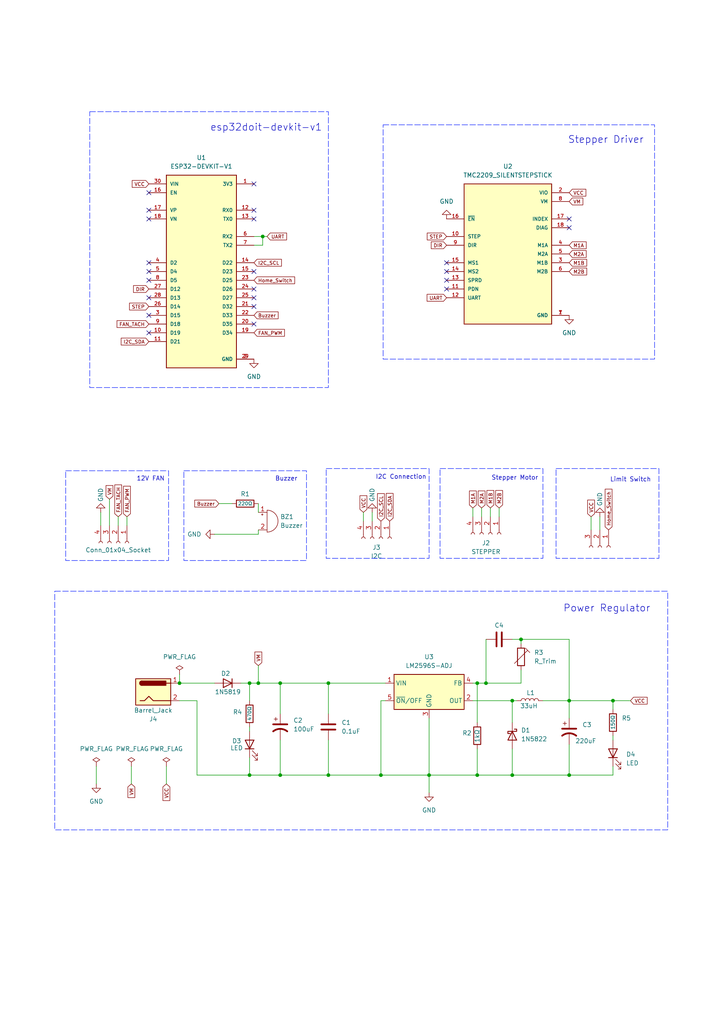
<source format=kicad_sch>
(kicad_sch
	(version 20231120)
	(generator "eeschema")
	(generator_version "8.0")
	(uuid "8cff279a-533c-4794-b761-dcf13c81ee82")
	(paper "A4" portrait)
	(title_block
		(title "DJIN")
		(date "2024-07-03")
		(rev "1.0")
		(company "ASQII")
	)
	(lib_symbols
		(symbol "Connector:Barrel_Jack"
			(pin_names
				(offset 1.016)
			)
			(exclude_from_sim no)
			(in_bom yes)
			(on_board yes)
			(property "Reference" "J"
				(at 0 5.334 0)
				(effects
					(font
						(size 1.27 1.27)
					)
				)
			)
			(property "Value" "Barrel_Jack"
				(at 0 -5.08 0)
				(effects
					(font
						(size 1.27 1.27)
					)
				)
			)
			(property "Footprint" ""
				(at 1.27 -1.016 0)
				(effects
					(font
						(size 1.27 1.27)
					)
					(hide yes)
				)
			)
			(property "Datasheet" "~"
				(at 1.27 -1.016 0)
				(effects
					(font
						(size 1.27 1.27)
					)
					(hide yes)
				)
			)
			(property "Description" "DC Barrel Jack"
				(at 0 0 0)
				(effects
					(font
						(size 1.27 1.27)
					)
					(hide yes)
				)
			)
			(property "ki_keywords" "DC power barrel jack connector"
				(at 0 0 0)
				(effects
					(font
						(size 1.27 1.27)
					)
					(hide yes)
				)
			)
			(property "ki_fp_filters" "BarrelJack*"
				(at 0 0 0)
				(effects
					(font
						(size 1.27 1.27)
					)
					(hide yes)
				)
			)
			(symbol "Barrel_Jack_0_1"
				(rectangle
					(start -5.08 3.81)
					(end 5.08 -3.81)
					(stroke
						(width 0.254)
						(type default)
					)
					(fill
						(type background)
					)
				)
				(arc
					(start -3.302 3.175)
					(mid -3.9343 2.54)
					(end -3.302 1.905)
					(stroke
						(width 0.254)
						(type default)
					)
					(fill
						(type none)
					)
				)
				(arc
					(start -3.302 3.175)
					(mid -3.9343 2.54)
					(end -3.302 1.905)
					(stroke
						(width 0.254)
						(type default)
					)
					(fill
						(type outline)
					)
				)
				(polyline
					(pts
						(xy 5.08 2.54) (xy 3.81 2.54)
					)
					(stroke
						(width 0.254)
						(type default)
					)
					(fill
						(type none)
					)
				)
				(polyline
					(pts
						(xy -3.81 -2.54) (xy -2.54 -2.54) (xy -1.27 -1.27) (xy 0 -2.54) (xy 2.54 -2.54) (xy 5.08 -2.54)
					)
					(stroke
						(width 0.254)
						(type default)
					)
					(fill
						(type none)
					)
				)
				(rectangle
					(start 3.683 3.175)
					(end -3.302 1.905)
					(stroke
						(width 0.254)
						(type default)
					)
					(fill
						(type outline)
					)
				)
			)
			(symbol "Barrel_Jack_1_1"
				(pin passive line
					(at 7.62 2.54 180)
					(length 2.54)
					(name "~"
						(effects
							(font
								(size 1.27 1.27)
							)
						)
					)
					(number "1"
						(effects
							(font
								(size 1.27 1.27)
							)
						)
					)
				)
				(pin passive line
					(at 7.62 -2.54 180)
					(length 2.54)
					(name "~"
						(effects
							(font
								(size 1.27 1.27)
							)
						)
					)
					(number "2"
						(effects
							(font
								(size 1.27 1.27)
							)
						)
					)
				)
			)
		)
		(symbol "Connector:Conn_01x03_Socket"
			(pin_names
				(offset 1.016) hide)
			(exclude_from_sim no)
			(in_bom yes)
			(on_board yes)
			(property "Reference" "J"
				(at 0 5.08 0)
				(effects
					(font
						(size 1.27 1.27)
					)
				)
			)
			(property "Value" "Conn_01x03_Socket"
				(at 0 -5.08 0)
				(effects
					(font
						(size 1.27 1.27)
					)
				)
			)
			(property "Footprint" ""
				(at 0 0 0)
				(effects
					(font
						(size 1.27 1.27)
					)
					(hide yes)
				)
			)
			(property "Datasheet" "~"
				(at 0 0 0)
				(effects
					(font
						(size 1.27 1.27)
					)
					(hide yes)
				)
			)
			(property "Description" "Generic connector, single row, 01x03, script generated"
				(at 0 0 0)
				(effects
					(font
						(size 1.27 1.27)
					)
					(hide yes)
				)
			)
			(property "ki_locked" ""
				(at 0 0 0)
				(effects
					(font
						(size 1.27 1.27)
					)
				)
			)
			(property "ki_keywords" "connector"
				(at 0 0 0)
				(effects
					(font
						(size 1.27 1.27)
					)
					(hide yes)
				)
			)
			(property "ki_fp_filters" "Connector*:*_1x??_*"
				(at 0 0 0)
				(effects
					(font
						(size 1.27 1.27)
					)
					(hide yes)
				)
			)
			(symbol "Conn_01x03_Socket_1_1"
				(arc
					(start 0 -2.032)
					(mid -0.5058 -2.54)
					(end 0 -3.048)
					(stroke
						(width 0.1524)
						(type default)
					)
					(fill
						(type none)
					)
				)
				(polyline
					(pts
						(xy -1.27 -2.54) (xy -0.508 -2.54)
					)
					(stroke
						(width 0.1524)
						(type default)
					)
					(fill
						(type none)
					)
				)
				(polyline
					(pts
						(xy -1.27 0) (xy -0.508 0)
					)
					(stroke
						(width 0.1524)
						(type default)
					)
					(fill
						(type none)
					)
				)
				(polyline
					(pts
						(xy -1.27 2.54) (xy -0.508 2.54)
					)
					(stroke
						(width 0.1524)
						(type default)
					)
					(fill
						(type none)
					)
				)
				(arc
					(start 0 0.508)
					(mid -0.5058 0)
					(end 0 -0.508)
					(stroke
						(width 0.1524)
						(type default)
					)
					(fill
						(type none)
					)
				)
				(arc
					(start 0 3.048)
					(mid -0.5058 2.54)
					(end 0 2.032)
					(stroke
						(width 0.1524)
						(type default)
					)
					(fill
						(type none)
					)
				)
				(pin passive line
					(at -5.08 2.54 0)
					(length 3.81)
					(name "Pin_1"
						(effects
							(font
								(size 1.27 1.27)
							)
						)
					)
					(number "1"
						(effects
							(font
								(size 1.27 1.27)
							)
						)
					)
				)
				(pin passive line
					(at -5.08 0 0)
					(length 3.81)
					(name "Pin_2"
						(effects
							(font
								(size 1.27 1.27)
							)
						)
					)
					(number "2"
						(effects
							(font
								(size 1.27 1.27)
							)
						)
					)
				)
				(pin passive line
					(at -5.08 -2.54 0)
					(length 3.81)
					(name "Pin_3"
						(effects
							(font
								(size 1.27 1.27)
							)
						)
					)
					(number "3"
						(effects
							(font
								(size 1.27 1.27)
							)
						)
					)
				)
			)
		)
		(symbol "Connector:Conn_01x04_Socket"
			(pin_names
				(offset 1.016) hide)
			(exclude_from_sim no)
			(in_bom yes)
			(on_board yes)
			(property "Reference" "J"
				(at 0 5.08 0)
				(effects
					(font
						(size 1.27 1.27)
					)
				)
			)
			(property "Value" "Conn_01x04_Socket"
				(at 0 -7.62 0)
				(effects
					(font
						(size 1.27 1.27)
					)
				)
			)
			(property "Footprint" ""
				(at 0 0 0)
				(effects
					(font
						(size 1.27 1.27)
					)
					(hide yes)
				)
			)
			(property "Datasheet" "~"
				(at 0 0 0)
				(effects
					(font
						(size 1.27 1.27)
					)
					(hide yes)
				)
			)
			(property "Description" "Generic connector, single row, 01x04, script generated"
				(at 0 0 0)
				(effects
					(font
						(size 1.27 1.27)
					)
					(hide yes)
				)
			)
			(property "ki_locked" ""
				(at 0 0 0)
				(effects
					(font
						(size 1.27 1.27)
					)
				)
			)
			(property "ki_keywords" "connector"
				(at 0 0 0)
				(effects
					(font
						(size 1.27 1.27)
					)
					(hide yes)
				)
			)
			(property "ki_fp_filters" "Connector*:*_1x??_*"
				(at 0 0 0)
				(effects
					(font
						(size 1.27 1.27)
					)
					(hide yes)
				)
			)
			(symbol "Conn_01x04_Socket_1_1"
				(arc
					(start 0 -4.572)
					(mid -0.5058 -5.08)
					(end 0 -5.588)
					(stroke
						(width 0.1524)
						(type default)
					)
					(fill
						(type none)
					)
				)
				(arc
					(start 0 -2.032)
					(mid -0.5058 -2.54)
					(end 0 -3.048)
					(stroke
						(width 0.1524)
						(type default)
					)
					(fill
						(type none)
					)
				)
				(polyline
					(pts
						(xy -1.27 -5.08) (xy -0.508 -5.08)
					)
					(stroke
						(width 0.1524)
						(type default)
					)
					(fill
						(type none)
					)
				)
				(polyline
					(pts
						(xy -1.27 -2.54) (xy -0.508 -2.54)
					)
					(stroke
						(width 0.1524)
						(type default)
					)
					(fill
						(type none)
					)
				)
				(polyline
					(pts
						(xy -1.27 0) (xy -0.508 0)
					)
					(stroke
						(width 0.1524)
						(type default)
					)
					(fill
						(type none)
					)
				)
				(polyline
					(pts
						(xy -1.27 2.54) (xy -0.508 2.54)
					)
					(stroke
						(width 0.1524)
						(type default)
					)
					(fill
						(type none)
					)
				)
				(arc
					(start 0 0.508)
					(mid -0.5058 0)
					(end 0 -0.508)
					(stroke
						(width 0.1524)
						(type default)
					)
					(fill
						(type none)
					)
				)
				(arc
					(start 0 3.048)
					(mid -0.5058 2.54)
					(end 0 2.032)
					(stroke
						(width 0.1524)
						(type default)
					)
					(fill
						(type none)
					)
				)
				(pin passive line
					(at -5.08 2.54 0)
					(length 3.81)
					(name "Pin_1"
						(effects
							(font
								(size 1.27 1.27)
							)
						)
					)
					(number "1"
						(effects
							(font
								(size 1.27 1.27)
							)
						)
					)
				)
				(pin passive line
					(at -5.08 0 0)
					(length 3.81)
					(name "Pin_2"
						(effects
							(font
								(size 1.27 1.27)
							)
						)
					)
					(number "2"
						(effects
							(font
								(size 1.27 1.27)
							)
						)
					)
				)
				(pin passive line
					(at -5.08 -2.54 0)
					(length 3.81)
					(name "Pin_3"
						(effects
							(font
								(size 1.27 1.27)
							)
						)
					)
					(number "3"
						(effects
							(font
								(size 1.27 1.27)
							)
						)
					)
				)
				(pin passive line
					(at -5.08 -5.08 0)
					(length 3.81)
					(name "Pin_4"
						(effects
							(font
								(size 1.27 1.27)
							)
						)
					)
					(number "4"
						(effects
							(font
								(size 1.27 1.27)
							)
						)
					)
				)
			)
		)
		(symbol "Device:Buzzer"
			(pin_names
				(offset 0.0254) hide)
			(exclude_from_sim no)
			(in_bom yes)
			(on_board yes)
			(property "Reference" "BZ"
				(at 3.81 1.27 0)
				(effects
					(font
						(size 1.27 1.27)
					)
					(justify left)
				)
			)
			(property "Value" "Buzzer"
				(at 3.81 -1.27 0)
				(effects
					(font
						(size 1.27 1.27)
					)
					(justify left)
				)
			)
			(property "Footprint" ""
				(at -0.635 2.54 90)
				(effects
					(font
						(size 1.27 1.27)
					)
					(hide yes)
				)
			)
			(property "Datasheet" "~"
				(at -0.635 2.54 90)
				(effects
					(font
						(size 1.27 1.27)
					)
					(hide yes)
				)
			)
			(property "Description" "Buzzer, polarized"
				(at 0 0 0)
				(effects
					(font
						(size 1.27 1.27)
					)
					(hide yes)
				)
			)
			(property "ki_keywords" "quartz resonator ceramic"
				(at 0 0 0)
				(effects
					(font
						(size 1.27 1.27)
					)
					(hide yes)
				)
			)
			(property "ki_fp_filters" "*Buzzer*"
				(at 0 0 0)
				(effects
					(font
						(size 1.27 1.27)
					)
					(hide yes)
				)
			)
			(symbol "Buzzer_0_1"
				(arc
					(start 0 -3.175)
					(mid 3.1612 0)
					(end 0 3.175)
					(stroke
						(width 0)
						(type default)
					)
					(fill
						(type none)
					)
				)
				(polyline
					(pts
						(xy -1.651 1.905) (xy -1.143 1.905)
					)
					(stroke
						(width 0)
						(type default)
					)
					(fill
						(type none)
					)
				)
				(polyline
					(pts
						(xy -1.397 2.159) (xy -1.397 1.651)
					)
					(stroke
						(width 0)
						(type default)
					)
					(fill
						(type none)
					)
				)
				(polyline
					(pts
						(xy 0 3.175) (xy 0 -3.175)
					)
					(stroke
						(width 0)
						(type default)
					)
					(fill
						(type none)
					)
				)
			)
			(symbol "Buzzer_1_1"
				(pin passive line
					(at -2.54 2.54 0)
					(length 2.54)
					(name "+"
						(effects
							(font
								(size 1.27 1.27)
							)
						)
					)
					(number "1"
						(effects
							(font
								(size 1.27 1.27)
							)
						)
					)
				)
				(pin passive line
					(at -2.54 -2.54 0)
					(length 2.54)
					(name "-"
						(effects
							(font
								(size 1.27 1.27)
							)
						)
					)
					(number "2"
						(effects
							(font
								(size 1.27 1.27)
							)
						)
					)
				)
			)
		)
		(symbol "Device:C"
			(pin_numbers hide)
			(pin_names
				(offset 0.254)
			)
			(exclude_from_sim no)
			(in_bom yes)
			(on_board yes)
			(property "Reference" "C"
				(at 0.635 2.54 0)
				(effects
					(font
						(size 1.27 1.27)
					)
					(justify left)
				)
			)
			(property "Value" "C"
				(at 0.635 -2.54 0)
				(effects
					(font
						(size 1.27 1.27)
					)
					(justify left)
				)
			)
			(property "Footprint" ""
				(at 0.9652 -3.81 0)
				(effects
					(font
						(size 1.27 1.27)
					)
					(hide yes)
				)
			)
			(property "Datasheet" "~"
				(at 0 0 0)
				(effects
					(font
						(size 1.27 1.27)
					)
					(hide yes)
				)
			)
			(property "Description" "Unpolarized capacitor"
				(at 0 0 0)
				(effects
					(font
						(size 1.27 1.27)
					)
					(hide yes)
				)
			)
			(property "ki_keywords" "cap capacitor"
				(at 0 0 0)
				(effects
					(font
						(size 1.27 1.27)
					)
					(hide yes)
				)
			)
			(property "ki_fp_filters" "C_*"
				(at 0 0 0)
				(effects
					(font
						(size 1.27 1.27)
					)
					(hide yes)
				)
			)
			(symbol "C_0_1"
				(polyline
					(pts
						(xy -2.032 -0.762) (xy 2.032 -0.762)
					)
					(stroke
						(width 0.508)
						(type default)
					)
					(fill
						(type none)
					)
				)
				(polyline
					(pts
						(xy -2.032 0.762) (xy 2.032 0.762)
					)
					(stroke
						(width 0.508)
						(type default)
					)
					(fill
						(type none)
					)
				)
			)
			(symbol "C_1_1"
				(pin passive line
					(at 0 3.81 270)
					(length 2.794)
					(name "~"
						(effects
							(font
								(size 1.27 1.27)
							)
						)
					)
					(number "1"
						(effects
							(font
								(size 1.27 1.27)
							)
						)
					)
				)
				(pin passive line
					(at 0 -3.81 90)
					(length 2.794)
					(name "~"
						(effects
							(font
								(size 1.27 1.27)
							)
						)
					)
					(number "2"
						(effects
							(font
								(size 1.27 1.27)
							)
						)
					)
				)
			)
		)
		(symbol "Device:C_Polarized_US"
			(pin_numbers hide)
			(pin_names
				(offset 0.254) hide)
			(exclude_from_sim no)
			(in_bom yes)
			(on_board yes)
			(property "Reference" "C"
				(at 0.635 2.54 0)
				(effects
					(font
						(size 1.27 1.27)
					)
					(justify left)
				)
			)
			(property "Value" "C_Polarized_US"
				(at 0.635 -2.54 0)
				(effects
					(font
						(size 1.27 1.27)
					)
					(justify left)
				)
			)
			(property "Footprint" ""
				(at 0 0 0)
				(effects
					(font
						(size 1.27 1.27)
					)
					(hide yes)
				)
			)
			(property "Datasheet" "~"
				(at 0 0 0)
				(effects
					(font
						(size 1.27 1.27)
					)
					(hide yes)
				)
			)
			(property "Description" "Polarized capacitor, US symbol"
				(at 0 0 0)
				(effects
					(font
						(size 1.27 1.27)
					)
					(hide yes)
				)
			)
			(property "ki_keywords" "cap capacitor"
				(at 0 0 0)
				(effects
					(font
						(size 1.27 1.27)
					)
					(hide yes)
				)
			)
			(property "ki_fp_filters" "CP_*"
				(at 0 0 0)
				(effects
					(font
						(size 1.27 1.27)
					)
					(hide yes)
				)
			)
			(symbol "C_Polarized_US_0_1"
				(polyline
					(pts
						(xy -2.032 0.762) (xy 2.032 0.762)
					)
					(stroke
						(width 0.508)
						(type default)
					)
					(fill
						(type none)
					)
				)
				(polyline
					(pts
						(xy -1.778 2.286) (xy -0.762 2.286)
					)
					(stroke
						(width 0)
						(type default)
					)
					(fill
						(type none)
					)
				)
				(polyline
					(pts
						(xy -1.27 1.778) (xy -1.27 2.794)
					)
					(stroke
						(width 0)
						(type default)
					)
					(fill
						(type none)
					)
				)
				(arc
					(start 2.032 -1.27)
					(mid 0 -0.5572)
					(end -2.032 -1.27)
					(stroke
						(width 0.508)
						(type default)
					)
					(fill
						(type none)
					)
				)
			)
			(symbol "C_Polarized_US_1_1"
				(pin passive line
					(at 0 3.81 270)
					(length 2.794)
					(name "~"
						(effects
							(font
								(size 1.27 1.27)
							)
						)
					)
					(number "1"
						(effects
							(font
								(size 1.27 1.27)
							)
						)
					)
				)
				(pin passive line
					(at 0 -3.81 90)
					(length 3.302)
					(name "~"
						(effects
							(font
								(size 1.27 1.27)
							)
						)
					)
					(number "2"
						(effects
							(font
								(size 1.27 1.27)
							)
						)
					)
				)
			)
		)
		(symbol "Device:D"
			(pin_numbers hide)
			(pin_names
				(offset 1.016) hide)
			(exclude_from_sim no)
			(in_bom yes)
			(on_board yes)
			(property "Reference" "D"
				(at 0 2.54 0)
				(effects
					(font
						(size 1.27 1.27)
					)
				)
			)
			(property "Value" "D"
				(at 0 -2.54 0)
				(effects
					(font
						(size 1.27 1.27)
					)
				)
			)
			(property "Footprint" ""
				(at 0 0 0)
				(effects
					(font
						(size 1.27 1.27)
					)
					(hide yes)
				)
			)
			(property "Datasheet" "~"
				(at 0 0 0)
				(effects
					(font
						(size 1.27 1.27)
					)
					(hide yes)
				)
			)
			(property "Description" "Diode"
				(at 0 0 0)
				(effects
					(font
						(size 1.27 1.27)
					)
					(hide yes)
				)
			)
			(property "Sim.Device" "D"
				(at 0 0 0)
				(effects
					(font
						(size 1.27 1.27)
					)
					(hide yes)
				)
			)
			(property "Sim.Pins" "1=K 2=A"
				(at 0 0 0)
				(effects
					(font
						(size 1.27 1.27)
					)
					(hide yes)
				)
			)
			(property "ki_keywords" "diode"
				(at 0 0 0)
				(effects
					(font
						(size 1.27 1.27)
					)
					(hide yes)
				)
			)
			(property "ki_fp_filters" "TO-???* *_Diode_* *SingleDiode* D_*"
				(at 0 0 0)
				(effects
					(font
						(size 1.27 1.27)
					)
					(hide yes)
				)
			)
			(symbol "D_0_1"
				(polyline
					(pts
						(xy -1.27 1.27) (xy -1.27 -1.27)
					)
					(stroke
						(width 0.254)
						(type default)
					)
					(fill
						(type none)
					)
				)
				(polyline
					(pts
						(xy 1.27 0) (xy -1.27 0)
					)
					(stroke
						(width 0)
						(type default)
					)
					(fill
						(type none)
					)
				)
				(polyline
					(pts
						(xy 1.27 1.27) (xy 1.27 -1.27) (xy -1.27 0) (xy 1.27 1.27)
					)
					(stroke
						(width 0.254)
						(type default)
					)
					(fill
						(type none)
					)
				)
			)
			(symbol "D_1_1"
				(pin passive line
					(at -3.81 0 0)
					(length 2.54)
					(name "K"
						(effects
							(font
								(size 1.27 1.27)
							)
						)
					)
					(number "1"
						(effects
							(font
								(size 1.27 1.27)
							)
						)
					)
				)
				(pin passive line
					(at 3.81 0 180)
					(length 2.54)
					(name "A"
						(effects
							(font
								(size 1.27 1.27)
							)
						)
					)
					(number "2"
						(effects
							(font
								(size 1.27 1.27)
							)
						)
					)
				)
			)
		)
		(symbol "Device:L"
			(pin_numbers hide)
			(pin_names
				(offset 1.016) hide)
			(exclude_from_sim no)
			(in_bom yes)
			(on_board yes)
			(property "Reference" "L"
				(at -1.27 0 90)
				(effects
					(font
						(size 1.27 1.27)
					)
				)
			)
			(property "Value" "L"
				(at 1.905 0 90)
				(effects
					(font
						(size 1.27 1.27)
					)
				)
			)
			(property "Footprint" ""
				(at 0 0 0)
				(effects
					(font
						(size 1.27 1.27)
					)
					(hide yes)
				)
			)
			(property "Datasheet" "~"
				(at 0 0 0)
				(effects
					(font
						(size 1.27 1.27)
					)
					(hide yes)
				)
			)
			(property "Description" "Inductor"
				(at 0 0 0)
				(effects
					(font
						(size 1.27 1.27)
					)
					(hide yes)
				)
			)
			(property "ki_keywords" "inductor choke coil reactor magnetic"
				(at 0 0 0)
				(effects
					(font
						(size 1.27 1.27)
					)
					(hide yes)
				)
			)
			(property "ki_fp_filters" "Choke_* *Coil* Inductor_* L_*"
				(at 0 0 0)
				(effects
					(font
						(size 1.27 1.27)
					)
					(hide yes)
				)
			)
			(symbol "L_0_1"
				(arc
					(start 0 -2.54)
					(mid 0.6323 -1.905)
					(end 0 -1.27)
					(stroke
						(width 0)
						(type default)
					)
					(fill
						(type none)
					)
				)
				(arc
					(start 0 -1.27)
					(mid 0.6323 -0.635)
					(end 0 0)
					(stroke
						(width 0)
						(type default)
					)
					(fill
						(type none)
					)
				)
				(arc
					(start 0 0)
					(mid 0.6323 0.635)
					(end 0 1.27)
					(stroke
						(width 0)
						(type default)
					)
					(fill
						(type none)
					)
				)
				(arc
					(start 0 1.27)
					(mid 0.6323 1.905)
					(end 0 2.54)
					(stroke
						(width 0)
						(type default)
					)
					(fill
						(type none)
					)
				)
			)
			(symbol "L_1_1"
				(pin passive line
					(at 0 3.81 270)
					(length 1.27)
					(name "1"
						(effects
							(font
								(size 1.27 1.27)
							)
						)
					)
					(number "1"
						(effects
							(font
								(size 1.27 1.27)
							)
						)
					)
				)
				(pin passive line
					(at 0 -3.81 90)
					(length 1.27)
					(name "2"
						(effects
							(font
								(size 1.27 1.27)
							)
						)
					)
					(number "2"
						(effects
							(font
								(size 1.27 1.27)
							)
						)
					)
				)
			)
		)
		(symbol "Device:LED"
			(pin_numbers hide)
			(pin_names
				(offset 1.016) hide)
			(exclude_from_sim no)
			(in_bom yes)
			(on_board yes)
			(property "Reference" "D"
				(at 0 2.54 0)
				(effects
					(font
						(size 1.27 1.27)
					)
				)
			)
			(property "Value" "LED"
				(at 0 -2.54 0)
				(effects
					(font
						(size 1.27 1.27)
					)
				)
			)
			(property "Footprint" ""
				(at 0 0 0)
				(effects
					(font
						(size 1.27 1.27)
					)
					(hide yes)
				)
			)
			(property "Datasheet" "~"
				(at 0 0 0)
				(effects
					(font
						(size 1.27 1.27)
					)
					(hide yes)
				)
			)
			(property "Description" "Light emitting diode"
				(at 0 0 0)
				(effects
					(font
						(size 1.27 1.27)
					)
					(hide yes)
				)
			)
			(property "ki_keywords" "LED diode"
				(at 0 0 0)
				(effects
					(font
						(size 1.27 1.27)
					)
					(hide yes)
				)
			)
			(property "ki_fp_filters" "LED* LED_SMD:* LED_THT:*"
				(at 0 0 0)
				(effects
					(font
						(size 1.27 1.27)
					)
					(hide yes)
				)
			)
			(symbol "LED_0_1"
				(polyline
					(pts
						(xy -1.27 -1.27) (xy -1.27 1.27)
					)
					(stroke
						(width 0.254)
						(type default)
					)
					(fill
						(type none)
					)
				)
				(polyline
					(pts
						(xy -1.27 0) (xy 1.27 0)
					)
					(stroke
						(width 0)
						(type default)
					)
					(fill
						(type none)
					)
				)
				(polyline
					(pts
						(xy 1.27 -1.27) (xy 1.27 1.27) (xy -1.27 0) (xy 1.27 -1.27)
					)
					(stroke
						(width 0.254)
						(type default)
					)
					(fill
						(type none)
					)
				)
				(polyline
					(pts
						(xy -3.048 -0.762) (xy -4.572 -2.286) (xy -3.81 -2.286) (xy -4.572 -2.286) (xy -4.572 -1.524)
					)
					(stroke
						(width 0)
						(type default)
					)
					(fill
						(type none)
					)
				)
				(polyline
					(pts
						(xy -1.778 -0.762) (xy -3.302 -2.286) (xy -2.54 -2.286) (xy -3.302 -2.286) (xy -3.302 -1.524)
					)
					(stroke
						(width 0)
						(type default)
					)
					(fill
						(type none)
					)
				)
			)
			(symbol "LED_1_1"
				(pin passive line
					(at -3.81 0 0)
					(length 2.54)
					(name "K"
						(effects
							(font
								(size 1.27 1.27)
							)
						)
					)
					(number "1"
						(effects
							(font
								(size 1.27 1.27)
							)
						)
					)
				)
				(pin passive line
					(at 3.81 0 180)
					(length 2.54)
					(name "A"
						(effects
							(font
								(size 1.27 1.27)
							)
						)
					)
					(number "2"
						(effects
							(font
								(size 1.27 1.27)
							)
						)
					)
				)
			)
		)
		(symbol "Device:R"
			(pin_numbers hide)
			(pin_names
				(offset 0)
			)
			(exclude_from_sim no)
			(in_bom yes)
			(on_board yes)
			(property "Reference" "R"
				(at 2.032 0 90)
				(effects
					(font
						(size 1.27 1.27)
					)
				)
			)
			(property "Value" "R"
				(at 0 0 90)
				(effects
					(font
						(size 1.27 1.27)
					)
				)
			)
			(property "Footprint" ""
				(at -1.778 0 90)
				(effects
					(font
						(size 1.27 1.27)
					)
					(hide yes)
				)
			)
			(property "Datasheet" "~"
				(at 0 0 0)
				(effects
					(font
						(size 1.27 1.27)
					)
					(hide yes)
				)
			)
			(property "Description" "Resistor"
				(at 0 0 0)
				(effects
					(font
						(size 1.27 1.27)
					)
					(hide yes)
				)
			)
			(property "ki_keywords" "R res resistor"
				(at 0 0 0)
				(effects
					(font
						(size 1.27 1.27)
					)
					(hide yes)
				)
			)
			(property "ki_fp_filters" "R_*"
				(at 0 0 0)
				(effects
					(font
						(size 1.27 1.27)
					)
					(hide yes)
				)
			)
			(symbol "R_0_1"
				(rectangle
					(start -1.016 -2.54)
					(end 1.016 2.54)
					(stroke
						(width 0.254)
						(type default)
					)
					(fill
						(type none)
					)
				)
			)
			(symbol "R_1_1"
				(pin passive line
					(at 0 3.81 270)
					(length 1.27)
					(name "~"
						(effects
							(font
								(size 1.27 1.27)
							)
						)
					)
					(number "1"
						(effects
							(font
								(size 1.27 1.27)
							)
						)
					)
				)
				(pin passive line
					(at 0 -3.81 90)
					(length 1.27)
					(name "~"
						(effects
							(font
								(size 1.27 1.27)
							)
						)
					)
					(number "2"
						(effects
							(font
								(size 1.27 1.27)
							)
						)
					)
				)
			)
		)
		(symbol "Device:R_Trim"
			(pin_numbers hide)
			(pin_names
				(offset 0)
			)
			(exclude_from_sim no)
			(in_bom yes)
			(on_board yes)
			(property "Reference" "R"
				(at 2.54 -2.54 90)
				(effects
					(font
						(size 1.27 1.27)
					)
					(justify left)
				)
			)
			(property "Value" "R_Trim"
				(at -2.54 -0.635 90)
				(effects
					(font
						(size 1.27 1.27)
					)
					(justify left)
				)
			)
			(property "Footprint" ""
				(at -1.778 0 90)
				(effects
					(font
						(size 1.27 1.27)
					)
					(hide yes)
				)
			)
			(property "Datasheet" "~"
				(at 0 0 0)
				(effects
					(font
						(size 1.27 1.27)
					)
					(hide yes)
				)
			)
			(property "Description" "Trimmable resistor (preset resistor)"
				(at 0 0 0)
				(effects
					(font
						(size 1.27 1.27)
					)
					(hide yes)
				)
			)
			(property "ki_keywords" "R res resistor variable potentiometer trimmer"
				(at 0 0 0)
				(effects
					(font
						(size 1.27 1.27)
					)
					(hide yes)
				)
			)
			(property "ki_fp_filters" "R_*"
				(at 0 0 0)
				(effects
					(font
						(size 1.27 1.27)
					)
					(hide yes)
				)
			)
			(symbol "R_Trim_0_1"
				(rectangle
					(start -1.016 -2.54)
					(end 1.016 2.54)
					(stroke
						(width 0.254)
						(type default)
					)
					(fill
						(type none)
					)
				)
				(polyline
					(pts
						(xy -1.905 -1.905) (xy 1.905 1.905) (xy 2.54 1.27) (xy 1.27 2.54)
					)
					(stroke
						(width 0)
						(type default)
					)
					(fill
						(type none)
					)
				)
			)
			(symbol "R_Trim_1_1"
				(pin passive line
					(at 0 3.81 270)
					(length 1.27)
					(name "~"
						(effects
							(font
								(size 1.27 1.27)
							)
						)
					)
					(number "1"
						(effects
							(font
								(size 1.27 1.27)
							)
						)
					)
				)
				(pin passive line
					(at 0 -3.81 90)
					(length 1.27)
					(name "~"
						(effects
							(font
								(size 1.27 1.27)
							)
						)
					)
					(number "2"
						(effects
							(font
								(size 1.27 1.27)
							)
						)
					)
				)
			)
		)
		(symbol "Diode:1N5822"
			(pin_numbers hide)
			(pin_names
				(offset 1.016) hide)
			(exclude_from_sim no)
			(in_bom yes)
			(on_board yes)
			(property "Reference" "D"
				(at 0 2.54 0)
				(effects
					(font
						(size 1.27 1.27)
					)
				)
			)
			(property "Value" "1N5822"
				(at 0 -2.54 0)
				(effects
					(font
						(size 1.27 1.27)
					)
				)
			)
			(property "Footprint" "Diode_THT:D_DO-201AD_P15.24mm_Horizontal"
				(at 0 -4.445 0)
				(effects
					(font
						(size 1.27 1.27)
					)
					(hide yes)
				)
			)
			(property "Datasheet" "http://www.vishay.com/docs/88526/1n5820.pdf"
				(at 0 0 0)
				(effects
					(font
						(size 1.27 1.27)
					)
					(hide yes)
				)
			)
			(property "Description" "40V 3A Schottky Barrier Rectifier Diode, DO-201AD"
				(at 0 0 0)
				(effects
					(font
						(size 1.27 1.27)
					)
					(hide yes)
				)
			)
			(property "ki_keywords" "diode Schottky"
				(at 0 0 0)
				(effects
					(font
						(size 1.27 1.27)
					)
					(hide yes)
				)
			)
			(property "ki_fp_filters" "D*DO?201AD*"
				(at 0 0 0)
				(effects
					(font
						(size 1.27 1.27)
					)
					(hide yes)
				)
			)
			(symbol "1N5822_0_1"
				(polyline
					(pts
						(xy 1.27 0) (xy -1.27 0)
					)
					(stroke
						(width 0)
						(type default)
					)
					(fill
						(type none)
					)
				)
				(polyline
					(pts
						(xy 1.27 1.27) (xy 1.27 -1.27) (xy -1.27 0) (xy 1.27 1.27)
					)
					(stroke
						(width 0.254)
						(type default)
					)
					(fill
						(type none)
					)
				)
				(polyline
					(pts
						(xy -1.905 0.635) (xy -1.905 1.27) (xy -1.27 1.27) (xy -1.27 -1.27) (xy -0.635 -1.27) (xy -0.635 -0.635)
					)
					(stroke
						(width 0.254)
						(type default)
					)
					(fill
						(type none)
					)
				)
			)
			(symbol "1N5822_1_1"
				(pin passive line
					(at -3.81 0 0)
					(length 2.54)
					(name "K"
						(effects
							(font
								(size 1.27 1.27)
							)
						)
					)
					(number "1"
						(effects
							(font
								(size 1.27 1.27)
							)
						)
					)
				)
				(pin passive line
					(at 3.81 0 180)
					(length 2.54)
					(name "A"
						(effects
							(font
								(size 1.27 1.27)
							)
						)
					)
					(number "2"
						(effects
							(font
								(size 1.27 1.27)
							)
						)
					)
				)
			)
		)
		(symbol "ESP32-DEVKIT-V1:ESP32-DEVKIT-V1"
			(pin_names
				(offset 1.016)
			)
			(exclude_from_sim no)
			(in_bom yes)
			(on_board yes)
			(property "Reference" "U"
				(at -10.16 30.48 0)
				(effects
					(font
						(size 1.27 1.27)
					)
					(justify left top)
				)
			)
			(property "Value" "ESP32-DEVKIT-V1"
				(at -10.16 -30.48 0)
				(effects
					(font
						(size 1.27 1.27)
					)
					(justify left bottom)
				)
			)
			(property "Footprint" "ESP32-DEVKIT-V1:MODULE_ESP32_DEVKIT_V1"
				(at 0 0 0)
				(effects
					(font
						(size 1.27 1.27)
					)
					(justify bottom)
					(hide yes)
				)
			)
			(property "Datasheet" ""
				(at 0 0 0)
				(effects
					(font
						(size 1.27 1.27)
					)
					(hide yes)
				)
			)
			(property "Description" ""
				(at 0 0 0)
				(effects
					(font
						(size 1.27 1.27)
					)
					(hide yes)
				)
			)
			(property "MF" "Do it"
				(at 0 0 0)
				(effects
					(font
						(size 1.27 1.27)
					)
					(justify bottom)
					(hide yes)
				)
			)
			(property "MAXIMUM_PACKAGE_HEIGHT" "6.8 mm"
				(at 0 0 0)
				(effects
					(font
						(size 1.27 1.27)
					)
					(justify bottom)
					(hide yes)
				)
			)
			(property "Package" "None"
				(at 0 0 0)
				(effects
					(font
						(size 1.27 1.27)
					)
					(justify bottom)
					(hide yes)
				)
			)
			(property "Price" "None"
				(at 0 0 0)
				(effects
					(font
						(size 1.27 1.27)
					)
					(justify bottom)
					(hide yes)
				)
			)
			(property "Check_prices" "https://www.snapeda.com/parts/ESP32-DEVKIT-V1/Do+it/view-part/?ref=eda"
				(at 0 0 0)
				(effects
					(font
						(size 1.27 1.27)
					)
					(justify bottom)
					(hide yes)
				)
			)
			(property "STANDARD" "Manufacturer Recommendations"
				(at 0 0 0)
				(effects
					(font
						(size 1.27 1.27)
					)
					(justify bottom)
					(hide yes)
				)
			)
			(property "PARTREV" "N/A"
				(at 0 0 0)
				(effects
					(font
						(size 1.27 1.27)
					)
					(justify bottom)
					(hide yes)
				)
			)
			(property "SnapEDA_Link" "https://www.snapeda.com/parts/ESP32-DEVKIT-V1/Do+it/view-part/?ref=snap"
				(at 0 0 0)
				(effects
					(font
						(size 1.27 1.27)
					)
					(justify bottom)
					(hide yes)
				)
			)
			(property "MP" "ESP32-DEVKIT-V1"
				(at 0 0 0)
				(effects
					(font
						(size 1.27 1.27)
					)
					(justify bottom)
					(hide yes)
				)
			)
			(property "Description_1" "\nDual core, Wi-Fi: 2.4 GHz up to 150 Mbits/s,BLE (Bluetooth Low Energy) and legacy Bluetooth, 32 bits, Up to 240 MHz\n"
				(at 0 0 0)
				(effects
					(font
						(size 1.27 1.27)
					)
					(justify bottom)
					(hide yes)
				)
			)
			(property "Availability" "Not in stock"
				(at 0 0 0)
				(effects
					(font
						(size 1.27 1.27)
					)
					(justify bottom)
					(hide yes)
				)
			)
			(property "MANUFACTURER" "DOIT"
				(at 0 0 0)
				(effects
					(font
						(size 1.27 1.27)
					)
					(justify bottom)
					(hide yes)
				)
			)
			(symbol "ESP32-DEVKIT-V1_0_0"
				(rectangle
					(start -10.16 -27.94)
					(end 10.16 27.94)
					(stroke
						(width 0.254)
						(type default)
					)
					(fill
						(type background)
					)
				)
				(pin output line
					(at 15.24 25.4 180)
					(length 5.08)
					(name "3V3"
						(effects
							(font
								(size 1.016 1.016)
							)
						)
					)
					(number "1"
						(effects
							(font
								(size 1.016 1.016)
							)
						)
					)
				)
				(pin bidirectional line
					(at -15.24 -17.78 0)
					(length 5.08)
					(name "D19"
						(effects
							(font
								(size 1.016 1.016)
							)
						)
					)
					(number "10"
						(effects
							(font
								(size 1.016 1.016)
							)
						)
					)
				)
				(pin bidirectional line
					(at -15.24 -20.32 0)
					(length 5.08)
					(name "D21"
						(effects
							(font
								(size 1.016 1.016)
							)
						)
					)
					(number "11"
						(effects
							(font
								(size 1.016 1.016)
							)
						)
					)
				)
				(pin input line
					(at 15.24 17.78 180)
					(length 5.08)
					(name "RX0"
						(effects
							(font
								(size 1.016 1.016)
							)
						)
					)
					(number "12"
						(effects
							(font
								(size 1.016 1.016)
							)
						)
					)
				)
				(pin output line
					(at 15.24 15.24 180)
					(length 5.08)
					(name "TX0"
						(effects
							(font
								(size 1.016 1.016)
							)
						)
					)
					(number "13"
						(effects
							(font
								(size 1.016 1.016)
							)
						)
					)
				)
				(pin bidirectional line
					(at 15.24 2.54 180)
					(length 5.08)
					(name "D22"
						(effects
							(font
								(size 1.016 1.016)
							)
						)
					)
					(number "14"
						(effects
							(font
								(size 1.016 1.016)
							)
						)
					)
				)
				(pin bidirectional line
					(at 15.24 0 180)
					(length 5.08)
					(name "D23"
						(effects
							(font
								(size 1.016 1.016)
							)
						)
					)
					(number "15"
						(effects
							(font
								(size 1.016 1.016)
							)
						)
					)
				)
				(pin input line
					(at -15.24 22.86 0)
					(length 5.08)
					(name "EN"
						(effects
							(font
								(size 1.016 1.016)
							)
						)
					)
					(number "16"
						(effects
							(font
								(size 1.016 1.016)
							)
						)
					)
				)
				(pin bidirectional line
					(at -15.24 17.78 0)
					(length 5.08)
					(name "VP"
						(effects
							(font
								(size 1.016 1.016)
							)
						)
					)
					(number "17"
						(effects
							(font
								(size 1.016 1.016)
							)
						)
					)
				)
				(pin bidirectional line
					(at -15.24 15.24 0)
					(length 5.08)
					(name "VN"
						(effects
							(font
								(size 1.016 1.016)
							)
						)
					)
					(number "18"
						(effects
							(font
								(size 1.016 1.016)
							)
						)
					)
				)
				(pin bidirectional line
					(at 15.24 -17.78 180)
					(length 5.08)
					(name "D34"
						(effects
							(font
								(size 1.016 1.016)
							)
						)
					)
					(number "19"
						(effects
							(font
								(size 1.016 1.016)
							)
						)
					)
				)
				(pin power_in line
					(at 15.24 -25.4 180)
					(length 5.08)
					(name "GND"
						(effects
							(font
								(size 1.016 1.016)
							)
						)
					)
					(number "2"
						(effects
							(font
								(size 1.016 1.016)
							)
						)
					)
				)
				(pin bidirectional line
					(at 15.24 -15.24 180)
					(length 5.08)
					(name "D35"
						(effects
							(font
								(size 1.016 1.016)
							)
						)
					)
					(number "20"
						(effects
							(font
								(size 1.016 1.016)
							)
						)
					)
				)
				(pin bidirectional line
					(at 15.24 -10.16 180)
					(length 5.08)
					(name "D32"
						(effects
							(font
								(size 1.016 1.016)
							)
						)
					)
					(number "21"
						(effects
							(font
								(size 1.016 1.016)
							)
						)
					)
				)
				(pin bidirectional line
					(at 15.24 -12.7 180)
					(length 5.08)
					(name "D33"
						(effects
							(font
								(size 1.016 1.016)
							)
						)
					)
					(number "22"
						(effects
							(font
								(size 1.016 1.016)
							)
						)
					)
				)
				(pin bidirectional line
					(at 15.24 -2.54 180)
					(length 5.08)
					(name "D25"
						(effects
							(font
								(size 1.016 1.016)
							)
						)
					)
					(number "23"
						(effects
							(font
								(size 1.016 1.016)
							)
						)
					)
				)
				(pin bidirectional line
					(at 15.24 -5.08 180)
					(length 5.08)
					(name "D26"
						(effects
							(font
								(size 1.016 1.016)
							)
						)
					)
					(number "24"
						(effects
							(font
								(size 1.016 1.016)
							)
						)
					)
				)
				(pin bidirectional line
					(at 15.24 -7.62 180)
					(length 5.08)
					(name "D27"
						(effects
							(font
								(size 1.016 1.016)
							)
						)
					)
					(number "25"
						(effects
							(font
								(size 1.016 1.016)
							)
						)
					)
				)
				(pin bidirectional line
					(at -15.24 -10.16 0)
					(length 5.08)
					(name "D14"
						(effects
							(font
								(size 1.016 1.016)
							)
						)
					)
					(number "26"
						(effects
							(font
								(size 1.016 1.016)
							)
						)
					)
				)
				(pin bidirectional line
					(at -15.24 -5.08 0)
					(length 5.08)
					(name "D12"
						(effects
							(font
								(size 1.016 1.016)
							)
						)
					)
					(number "27"
						(effects
							(font
								(size 1.016 1.016)
							)
						)
					)
				)
				(pin bidirectional line
					(at -15.24 -7.62 0)
					(length 5.08)
					(name "D13"
						(effects
							(font
								(size 1.016 1.016)
							)
						)
					)
					(number "28"
						(effects
							(font
								(size 1.016 1.016)
							)
						)
					)
				)
				(pin power_in line
					(at 15.24 -25.4 180)
					(length 5.08)
					(name "GND"
						(effects
							(font
								(size 1.016 1.016)
							)
						)
					)
					(number "29"
						(effects
							(font
								(size 1.016 1.016)
							)
						)
					)
				)
				(pin bidirectional line
					(at -15.24 -12.7 0)
					(length 5.08)
					(name "D15"
						(effects
							(font
								(size 1.016 1.016)
							)
						)
					)
					(number "3"
						(effects
							(font
								(size 1.016 1.016)
							)
						)
					)
				)
				(pin input line
					(at -15.24 25.4 0)
					(length 5.08)
					(name "VIN"
						(effects
							(font
								(size 1.016 1.016)
							)
						)
					)
					(number "30"
						(effects
							(font
								(size 1.016 1.016)
							)
						)
					)
				)
				(pin bidirectional line
					(at -15.24 2.54 0)
					(length 5.08)
					(name "D2"
						(effects
							(font
								(size 1.016 1.016)
							)
						)
					)
					(number "4"
						(effects
							(font
								(size 1.016 1.016)
							)
						)
					)
				)
				(pin bidirectional line
					(at -15.24 0 0)
					(length 5.08)
					(name "D4"
						(effects
							(font
								(size 1.016 1.016)
							)
						)
					)
					(number "5"
						(effects
							(font
								(size 1.016 1.016)
							)
						)
					)
				)
				(pin input line
					(at 15.24 10.16 180)
					(length 5.08)
					(name "RX2"
						(effects
							(font
								(size 1.016 1.016)
							)
						)
					)
					(number "6"
						(effects
							(font
								(size 1.016 1.016)
							)
						)
					)
				)
				(pin output line
					(at 15.24 7.62 180)
					(length 5.08)
					(name "TX2"
						(effects
							(font
								(size 1.016 1.016)
							)
						)
					)
					(number "7"
						(effects
							(font
								(size 1.016 1.016)
							)
						)
					)
				)
				(pin bidirectional line
					(at -15.24 -2.54 0)
					(length 5.08)
					(name "D5"
						(effects
							(font
								(size 1.016 1.016)
							)
						)
					)
					(number "8"
						(effects
							(font
								(size 1.016 1.016)
							)
						)
					)
				)
				(pin bidirectional line
					(at -15.24 -15.24 0)
					(length 5.08)
					(name "D18"
						(effects
							(font
								(size 1.016 1.016)
							)
						)
					)
					(number "9"
						(effects
							(font
								(size 1.016 1.016)
							)
						)
					)
				)
			)
		)
		(symbol "Regulator_Switching:LM2596S-ADJ"
			(exclude_from_sim no)
			(in_bom yes)
			(on_board yes)
			(property "Reference" "U"
				(at -10.16 6.35 0)
				(effects
					(font
						(size 1.27 1.27)
					)
					(justify left)
				)
			)
			(property "Value" "LM2596S-ADJ"
				(at 0 6.35 0)
				(effects
					(font
						(size 1.27 1.27)
					)
					(justify left)
				)
			)
			(property "Footprint" "Package_TO_SOT_SMD:TO-263-5_TabPin3"
				(at 1.27 -6.35 0)
				(effects
					(font
						(size 1.27 1.27)
						(italic yes)
					)
					(justify left)
					(hide yes)
				)
			)
			(property "Datasheet" "http://www.ti.com/lit/ds/symlink/lm2596.pdf"
				(at 0 0 0)
				(effects
					(font
						(size 1.27 1.27)
					)
					(hide yes)
				)
			)
			(property "Description" "Adjustable 3A Step-Down Voltage Regulator, TO-263"
				(at 0 0 0)
				(effects
					(font
						(size 1.27 1.27)
					)
					(hide yes)
				)
			)
			(property "ki_keywords" "Step-Down Voltage Regulator Adjustable 3A"
				(at 0 0 0)
				(effects
					(font
						(size 1.27 1.27)
					)
					(hide yes)
				)
			)
			(property "ki_fp_filters" "TO?263*"
				(at 0 0 0)
				(effects
					(font
						(size 1.27 1.27)
					)
					(hide yes)
				)
			)
			(symbol "LM2596S-ADJ_0_1"
				(rectangle
					(start -10.16 5.08)
					(end 10.16 -5.08)
					(stroke
						(width 0.254)
						(type default)
					)
					(fill
						(type background)
					)
				)
			)
			(symbol "LM2596S-ADJ_1_1"
				(pin power_in line
					(at -12.7 2.54 0)
					(length 2.54)
					(name "VIN"
						(effects
							(font
								(size 1.27 1.27)
							)
						)
					)
					(number "1"
						(effects
							(font
								(size 1.27 1.27)
							)
						)
					)
				)
				(pin output line
					(at 12.7 -2.54 180)
					(length 2.54)
					(name "OUT"
						(effects
							(font
								(size 1.27 1.27)
							)
						)
					)
					(number "2"
						(effects
							(font
								(size 1.27 1.27)
							)
						)
					)
				)
				(pin power_in line
					(at 0 -7.62 90)
					(length 2.54)
					(name "GND"
						(effects
							(font
								(size 1.27 1.27)
							)
						)
					)
					(number "3"
						(effects
							(font
								(size 1.27 1.27)
							)
						)
					)
				)
				(pin input line
					(at 12.7 2.54 180)
					(length 2.54)
					(name "FB"
						(effects
							(font
								(size 1.27 1.27)
							)
						)
					)
					(number "4"
						(effects
							(font
								(size 1.27 1.27)
							)
						)
					)
				)
				(pin input line
					(at -12.7 -2.54 0)
					(length 2.54)
					(name "~{ON}/OFF"
						(effects
							(font
								(size 1.27 1.27)
							)
						)
					)
					(number "5"
						(effects
							(font
								(size 1.27 1.27)
							)
						)
					)
				)
			)
		)
		(symbol "TMC2209_SILENTSTEPSTICK:TMC2209_SILENTSTEPSTICK"
			(pin_names
				(offset 1.016)
			)
			(exclude_from_sim no)
			(in_bom yes)
			(on_board yes)
			(property "Reference" "U"
				(at -12.7 22.86 0)
				(effects
					(font
						(size 1.27 1.27)
					)
					(justify left top)
				)
			)
			(property "Value" "TMC2209_SILENTSTEPSTICK"
				(at -12.7 -22.86 0)
				(effects
					(font
						(size 1.27 1.27)
					)
					(justify left bottom)
				)
			)
			(property "Footprint" "TMC2209_SILENTSTEPSTICK:MODULE_TMC2209_SILENTSTEPSTICK"
				(at 0 0 0)
				(effects
					(font
						(size 1.27 1.27)
					)
					(justify bottom)
					(hide yes)
				)
			)
			(property "Datasheet" ""
				(at 0 0 0)
				(effects
					(font
						(size 1.27 1.27)
					)
					(hide yes)
				)
			)
			(property "Description" ""
				(at 0 0 0)
				(effects
					(font
						(size 1.27 1.27)
					)
					(hide yes)
				)
			)
			(property "MF" "Trinamic Motion Control GmbH"
				(at 0 0 0)
				(effects
					(font
						(size 1.27 1.27)
					)
					(justify bottom)
					(hide yes)
				)
			)
			(property "Description_1" "\nTMC2209 Motor Controller/Driver Power Management Evaluation Board\n"
				(at 0 0 0)
				(effects
					(font
						(size 1.27 1.27)
					)
					(justify bottom)
					(hide yes)
				)
			)
			(property "Package" "None"
				(at 0 0 0)
				(effects
					(font
						(size 1.27 1.27)
					)
					(justify bottom)
					(hide yes)
				)
			)
			(property "Price" "None"
				(at 0 0 0)
				(effects
					(font
						(size 1.27 1.27)
					)
					(justify bottom)
					(hide yes)
				)
			)
			(property "Check_prices" "https://www.snapeda.com/parts/TMC2209%20SILENTSTEPSTICK/Trinamic+Motion+Control+GmbH/view-part/?ref=eda"
				(at 0 0 0)
				(effects
					(font
						(size 1.27 1.27)
					)
					(justify bottom)
					(hide yes)
				)
			)
			(property "STANDARD" "Manufacturer Recommendations"
				(at 0 0 0)
				(effects
					(font
						(size 1.27 1.27)
					)
					(justify bottom)
					(hide yes)
				)
			)
			(property "PARTREV" "1.20"
				(at 0 0 0)
				(effects
					(font
						(size 1.27 1.27)
					)
					(justify bottom)
					(hide yes)
				)
			)
			(property "SnapEDA_Link" "https://www.snapeda.com/parts/TMC2209%20SILENTSTEPSTICK/Trinamic+Motion+Control+GmbH/view-part/?ref=snap"
				(at 0 0 0)
				(effects
					(font
						(size 1.27 1.27)
					)
					(justify bottom)
					(hide yes)
				)
			)
			(property "MP" "TMC2209 SILENTSTEPSTICK"
				(at 0 0 0)
				(effects
					(font
						(size 1.27 1.27)
					)
					(justify bottom)
					(hide yes)
				)
			)
			(property "MANUFACTURER" "Trinamic Motion Control GmbH"
				(at 0 0 0)
				(effects
					(font
						(size 1.27 1.27)
					)
					(justify bottom)
					(hide yes)
				)
			)
			(property "Availability" "In Stock"
				(at 0 0 0)
				(effects
					(font
						(size 1.27 1.27)
					)
					(justify bottom)
					(hide yes)
				)
			)
			(property "SNAPEDA_PN" "TMC2209 SILENTSTEPSTICK"
				(at 0 0 0)
				(effects
					(font
						(size 1.27 1.27)
					)
					(justify bottom)
					(hide yes)
				)
			)
			(symbol "TMC2209_SILENTSTEPSTICK_0_0"
				(rectangle
					(start -12.7 -20.32)
					(end 12.7 20.32)
					(stroke
						(width 0.254)
						(type default)
					)
					(fill
						(type background)
					)
				)
				(pin power_in line
					(at 17.78 -17.78 180)
					(length 5.08)
					(name "GND"
						(effects
							(font
								(size 1.016 1.016)
							)
						)
					)
					(number "1"
						(effects
							(font
								(size 1.016 1.016)
							)
						)
					)
				)
				(pin input line
					(at -17.78 5.08 0)
					(length 5.08)
					(name "STEP"
						(effects
							(font
								(size 1.016 1.016)
							)
						)
					)
					(number "10"
						(effects
							(font
								(size 1.016 1.016)
							)
						)
					)
				)
				(pin bidirectional line
					(at -17.78 -10.16 0)
					(length 5.08)
					(name "PDN"
						(effects
							(font
								(size 1.016 1.016)
							)
						)
					)
					(number "11"
						(effects
							(font
								(size 1.016 1.016)
							)
						)
					)
				)
				(pin bidirectional line
					(at -17.78 -12.7 0)
					(length 5.08)
					(name "UART"
						(effects
							(font
								(size 1.016 1.016)
							)
						)
					)
					(number "12"
						(effects
							(font
								(size 1.016 1.016)
							)
						)
					)
				)
				(pin input line
					(at -17.78 -7.62 0)
					(length 5.08)
					(name "SPRD"
						(effects
							(font
								(size 1.016 1.016)
							)
						)
					)
					(number "13"
						(effects
							(font
								(size 1.016 1.016)
							)
						)
					)
				)
				(pin input line
					(at -17.78 -5.08 0)
					(length 5.08)
					(name "MS2"
						(effects
							(font
								(size 1.016 1.016)
							)
						)
					)
					(number "14"
						(effects
							(font
								(size 1.016 1.016)
							)
						)
					)
				)
				(pin input line
					(at -17.78 -2.54 0)
					(length 5.08)
					(name "MS1"
						(effects
							(font
								(size 1.016 1.016)
							)
						)
					)
					(number "15"
						(effects
							(font
								(size 1.016 1.016)
							)
						)
					)
				)
				(pin input line
					(at -17.78 10.16 0)
					(length 5.08)
					(name "~{EN}"
						(effects
							(font
								(size 1.016 1.016)
							)
						)
					)
					(number "16"
						(effects
							(font
								(size 1.016 1.016)
							)
						)
					)
				)
				(pin output line
					(at 17.78 10.16 180)
					(length 5.08)
					(name "INDEX"
						(effects
							(font
								(size 1.016 1.016)
							)
						)
					)
					(number "17"
						(effects
							(font
								(size 1.016 1.016)
							)
						)
					)
				)
				(pin output line
					(at 17.78 7.62 180)
					(length 5.08)
					(name "DIAG"
						(effects
							(font
								(size 1.016 1.016)
							)
						)
					)
					(number "18"
						(effects
							(font
								(size 1.016 1.016)
							)
						)
					)
				)
				(pin power_in line
					(at 17.78 17.78 180)
					(length 5.08)
					(name "VIO"
						(effects
							(font
								(size 1.016 1.016)
							)
						)
					)
					(number "2"
						(effects
							(font
								(size 1.016 1.016)
							)
						)
					)
				)
				(pin output line
					(at 17.78 -2.54 180)
					(length 5.08)
					(name "M1B"
						(effects
							(font
								(size 1.016 1.016)
							)
						)
					)
					(number "3"
						(effects
							(font
								(size 1.016 1.016)
							)
						)
					)
				)
				(pin output line
					(at 17.78 2.54 180)
					(length 5.08)
					(name "M1A"
						(effects
							(font
								(size 1.016 1.016)
							)
						)
					)
					(number "4"
						(effects
							(font
								(size 1.016 1.016)
							)
						)
					)
				)
				(pin output line
					(at 17.78 0 180)
					(length 5.08)
					(name "M2A"
						(effects
							(font
								(size 1.016 1.016)
							)
						)
					)
					(number "5"
						(effects
							(font
								(size 1.016 1.016)
							)
						)
					)
				)
				(pin output line
					(at 17.78 -5.08 180)
					(length 5.08)
					(name "M2B"
						(effects
							(font
								(size 1.016 1.016)
							)
						)
					)
					(number "6"
						(effects
							(font
								(size 1.016 1.016)
							)
						)
					)
				)
				(pin power_in line
					(at 17.78 -17.78 180)
					(length 5.08)
					(name "GND"
						(effects
							(font
								(size 1.016 1.016)
							)
						)
					)
					(number "7"
						(effects
							(font
								(size 1.016 1.016)
							)
						)
					)
				)
				(pin power_in line
					(at 17.78 15.24 180)
					(length 5.08)
					(name "VM"
						(effects
							(font
								(size 1.016 1.016)
							)
						)
					)
					(number "8"
						(effects
							(font
								(size 1.016 1.016)
							)
						)
					)
				)
				(pin input line
					(at -17.78 2.54 0)
					(length 5.08)
					(name "DIR"
						(effects
							(font
								(size 1.016 1.016)
							)
						)
					)
					(number "9"
						(effects
							(font
								(size 1.016 1.016)
							)
						)
					)
				)
			)
		)
		(symbol "power:GND"
			(power)
			(pin_numbers hide)
			(pin_names
				(offset 0) hide)
			(exclude_from_sim no)
			(in_bom yes)
			(on_board yes)
			(property "Reference" "#PWR"
				(at 0 -6.35 0)
				(effects
					(font
						(size 1.27 1.27)
					)
					(hide yes)
				)
			)
			(property "Value" "GND"
				(at 0 -3.81 0)
				(effects
					(font
						(size 1.27 1.27)
					)
				)
			)
			(property "Footprint" ""
				(at 0 0 0)
				(effects
					(font
						(size 1.27 1.27)
					)
					(hide yes)
				)
			)
			(property "Datasheet" ""
				(at 0 0 0)
				(effects
					(font
						(size 1.27 1.27)
					)
					(hide yes)
				)
			)
			(property "Description" "Power symbol creates a global label with name \"GND\" , ground"
				(at 0 0 0)
				(effects
					(font
						(size 1.27 1.27)
					)
					(hide yes)
				)
			)
			(property "ki_keywords" "global power"
				(at 0 0 0)
				(effects
					(font
						(size 1.27 1.27)
					)
					(hide yes)
				)
			)
			(symbol "GND_0_1"
				(polyline
					(pts
						(xy 0 0) (xy 0 -1.27) (xy 1.27 -1.27) (xy 0 -2.54) (xy -1.27 -1.27) (xy 0 -1.27)
					)
					(stroke
						(width 0)
						(type default)
					)
					(fill
						(type none)
					)
				)
			)
			(symbol "GND_1_1"
				(pin power_in line
					(at 0 0 270)
					(length 0)
					(name "~"
						(effects
							(font
								(size 1.27 1.27)
							)
						)
					)
					(number "1"
						(effects
							(font
								(size 1.27 1.27)
							)
						)
					)
				)
			)
		)
		(symbol "power:PWR_FLAG"
			(power)
			(pin_numbers hide)
			(pin_names
				(offset 0) hide)
			(exclude_from_sim no)
			(in_bom yes)
			(on_board yes)
			(property "Reference" "#FLG"
				(at 0 1.905 0)
				(effects
					(font
						(size 1.27 1.27)
					)
					(hide yes)
				)
			)
			(property "Value" "PWR_FLAG"
				(at 0 3.81 0)
				(effects
					(font
						(size 1.27 1.27)
					)
				)
			)
			(property "Footprint" ""
				(at 0 0 0)
				(effects
					(font
						(size 1.27 1.27)
					)
					(hide yes)
				)
			)
			(property "Datasheet" "~"
				(at 0 0 0)
				(effects
					(font
						(size 1.27 1.27)
					)
					(hide yes)
				)
			)
			(property "Description" "Special symbol for telling ERC where power comes from"
				(at 0 0 0)
				(effects
					(font
						(size 1.27 1.27)
					)
					(hide yes)
				)
			)
			(property "ki_keywords" "flag power"
				(at 0 0 0)
				(effects
					(font
						(size 1.27 1.27)
					)
					(hide yes)
				)
			)
			(symbol "PWR_FLAG_0_0"
				(pin power_out line
					(at 0 0 90)
					(length 0)
					(name "~"
						(effects
							(font
								(size 1.27 1.27)
							)
						)
					)
					(number "1"
						(effects
							(font
								(size 1.27 1.27)
							)
						)
					)
				)
			)
			(symbol "PWR_FLAG_0_1"
				(polyline
					(pts
						(xy 0 0) (xy 0 1.27) (xy -1.016 1.905) (xy 0 2.54) (xy 1.016 1.905) (xy 0 1.27)
					)
					(stroke
						(width 0)
						(type default)
					)
					(fill
						(type none)
					)
				)
			)
		)
	)
	(junction
		(at 165.1 224.79)
		(diameter 0)
		(color 0 0 0 0)
		(uuid "0425ab2a-67c1-488d-bfa2-f18c0f40f809")
	)
	(junction
		(at 148.59 203.2)
		(diameter 0)
		(color 0 0 0 0)
		(uuid "0d9ee840-35a5-4b5a-8736-d2c2adcc856b")
	)
	(junction
		(at 138.43 224.79)
		(diameter 0)
		(color 0 0 0 0)
		(uuid "17183db4-4258-4fab-9637-90ddcedcd6e0")
	)
	(junction
		(at 95.25 198.12)
		(diameter 0)
		(color 0 0 0 0)
		(uuid "26c66c07-9e4a-4778-800d-88cdf8583d9d")
	)
	(junction
		(at 140.97 198.12)
		(diameter 0)
		(color 0 0 0 0)
		(uuid "6115fb32-45f6-40eb-b21b-fb533f4b7be1")
	)
	(junction
		(at 124.46 224.79)
		(diameter 0)
		(color 0 0 0 0)
		(uuid "61fbe275-bfc2-42fe-8f62-51044b231634")
	)
	(junction
		(at 81.28 198.12)
		(diameter 0)
		(color 0 0 0 0)
		(uuid "660b2a50-54b0-4a0b-8955-db40d566507c")
	)
	(junction
		(at 110.49 224.79)
		(diameter 0)
		(color 0 0 0 0)
		(uuid "6eb90498-8f85-4037-abff-aba25d2ba6be")
	)
	(junction
		(at 52.07 198.12)
		(diameter 0)
		(color 0 0 0 0)
		(uuid "72c1223f-4552-476b-ae20-080e2fc2c649")
	)
	(junction
		(at 151.13 185.42)
		(diameter 0)
		(color 0 0 0 0)
		(uuid "7f5f780d-d5c7-41d6-ad47-325a4dbdeb5b")
	)
	(junction
		(at 95.25 224.79)
		(diameter 0)
		(color 0 0 0 0)
		(uuid "8cdd1d9f-ff74-4d4f-9925-bbfd92a7c6c4")
	)
	(junction
		(at 72.39 224.79)
		(diameter 0)
		(color 0 0 0 0)
		(uuid "9dd8c034-5b9b-4b35-a197-6404afe8b962")
	)
	(junction
		(at 81.28 224.79)
		(diameter 0)
		(color 0 0 0 0)
		(uuid "a7a4c247-9183-4652-8e16-70b7d79d6097")
	)
	(junction
		(at 148.59 224.79)
		(diameter 0)
		(color 0 0 0 0)
		(uuid "a7f5038c-1792-43de-8435-14d6f43c3fd6")
	)
	(junction
		(at 138.43 198.12)
		(diameter 0)
		(color 0 0 0 0)
		(uuid "aa8c149a-8c14-4583-b3f6-afb5f1fc61c4")
	)
	(junction
		(at 177.8 203.2)
		(diameter 0)
		(color 0 0 0 0)
		(uuid "c3618e34-ccff-435d-bc7b-224f9bdbeb21")
	)
	(junction
		(at 74.93 198.12)
		(diameter 0)
		(color 0 0 0 0)
		(uuid "d0d42656-a55f-4a13-8b6d-0e9cf3c00271")
	)
	(junction
		(at 76.2 68.58)
		(diameter 0)
		(color 0 0 0 0)
		(uuid "ded79e06-2afd-4059-ac78-da3ce0bb8a83")
	)
	(junction
		(at 72.39 198.12)
		(diameter 0)
		(color 0 0 0 0)
		(uuid "df3e41e6-b765-47e7-84e7-a51c0c9e1996")
	)
	(junction
		(at 165.1 203.2)
		(diameter 0)
		(color 0 0 0 0)
		(uuid "f092973e-09f8-4192-8206-d37bd96e29dc")
	)
	(no_connect
		(at 165.1 63.5)
		(uuid "27c676a0-b005-4861-aaa3-cf36efde1b8d")
	)
	(no_connect
		(at 73.66 53.34)
		(uuid "2888ece8-931d-4e39-930f-8d3f8b11aa60")
	)
	(no_connect
		(at 73.66 63.5)
		(uuid "2c3c082b-7123-4e22-b509-c0984ea3fa12")
	)
	(no_connect
		(at 129.54 83.82)
		(uuid "474572ec-3234-412f-bbc0-bbd15c4608fd")
	)
	(no_connect
		(at 43.18 91.44)
		(uuid "52201594-f3ac-4c3b-9db1-7dfa85700a68")
	)
	(no_connect
		(at 43.18 55.88)
		(uuid "54504b16-b113-4c7a-a10b-d38cacc1c334")
	)
	(no_connect
		(at 129.54 76.2)
		(uuid "5840cfa8-9009-43d1-8d63-9aa2c3fe95e7")
	)
	(no_connect
		(at 129.54 78.74)
		(uuid "5df40842-4881-47c9-87b3-c2d1a4c7a0b4")
	)
	(no_connect
		(at 73.66 88.9)
		(uuid "62f7047e-b0c1-4d54-a2e2-00909eabf0ea")
	)
	(no_connect
		(at 43.18 81.28)
		(uuid "6bae778e-91f8-4433-8e66-3e7fcf69f13e")
	)
	(no_connect
		(at 129.54 81.28)
		(uuid "7584c3df-f07d-4328-b8b9-0c8d7883a7b7")
	)
	(no_connect
		(at 73.66 93.98)
		(uuid "8a362b28-20b1-4dbd-9dc1-4181be70817e")
	)
	(no_connect
		(at 73.66 83.82)
		(uuid "90b2ac3b-5a29-4f0c-bc20-3bf783d3e4f7")
	)
	(no_connect
		(at 165.1 66.04)
		(uuid "98d41f63-c379-4cad-9408-7eea3d1f26ff")
	)
	(no_connect
		(at 73.66 60.96)
		(uuid "9f37f213-89ab-458f-99b3-a2a34c34f496")
	)
	(no_connect
		(at 43.18 78.74)
		(uuid "a9367e6c-a79a-457a-969a-52aca014dd44")
	)
	(no_connect
		(at 73.66 78.74)
		(uuid "ac65f853-9917-488c-887f-9bfc2be2bafe")
	)
	(no_connect
		(at 43.18 60.96)
		(uuid "b9772250-55d5-4736-ae4b-dead6fe57793")
	)
	(no_connect
		(at 73.66 86.36)
		(uuid "c7b43828-e1c7-4881-954b-77908a6da305")
	)
	(no_connect
		(at 43.18 86.36)
		(uuid "c9d9b1ee-f223-44f0-8af9-d8b68274012f")
	)
	(no_connect
		(at 43.18 96.52)
		(uuid "cbb730cb-d85c-40de-95ee-316336bc692c")
	)
	(no_connect
		(at 43.18 63.5)
		(uuid "d6e55feb-fe68-4515-b579-9cbe2d0a5aa9")
	)
	(no_connect
		(at 43.18 76.2)
		(uuid "e8beb3fc-8f43-4fa9-9b9c-38d4348529b6")
	)
	(wire
		(pts
			(xy 165.1 215.9) (xy 165.1 224.79)
		)
		(stroke
			(width 0)
			(type default)
		)
		(uuid "0058adc6-106d-4816-8206-4e8c35c4b5f3")
	)
	(wire
		(pts
			(xy 74.93 154.94) (xy 74.93 153.67)
		)
		(stroke
			(width 0)
			(type default)
		)
		(uuid "0836f685-6bbe-4820-b7d9-fd0ed5b9bae4")
	)
	(wire
		(pts
			(xy 177.8 213.36) (xy 177.8 214.63)
		)
		(stroke
			(width 0)
			(type default)
		)
		(uuid "100bf62f-acdb-4c2d-9ffb-021bc5d6b719")
	)
	(wire
		(pts
			(xy 34.29 149.86) (xy 34.29 152.4)
		)
		(stroke
			(width 0)
			(type default)
		)
		(uuid "16e2d4f9-18d8-4f39-9983-81f787a30247")
	)
	(wire
		(pts
			(xy 177.8 203.2) (xy 182.88 203.2)
		)
		(stroke
			(width 0)
			(type default)
		)
		(uuid "20539c5e-49ee-42d6-b4fe-37b97ea88ab4")
	)
	(wire
		(pts
			(xy 110.49 224.79) (xy 124.46 224.79)
		)
		(stroke
			(width 0)
			(type default)
		)
		(uuid "28166a33-498f-4c42-aeed-f3e5923f8f09")
	)
	(wire
		(pts
			(xy 95.25 224.79) (xy 110.49 224.79)
		)
		(stroke
			(width 0)
			(type default)
		)
		(uuid "29ca7859-f232-4f68-9410-0cf72fb59301")
	)
	(wire
		(pts
			(xy 110.49 203.2) (xy 110.49 224.79)
		)
		(stroke
			(width 0)
			(type default)
		)
		(uuid "2b0cd809-7f3f-41b2-8326-01932af1660d")
	)
	(wire
		(pts
			(xy 137.16 198.12) (xy 138.43 198.12)
		)
		(stroke
			(width 0)
			(type default)
		)
		(uuid "2c9cbd12-744f-4ee6-998f-7dfc4c5b0d4e")
	)
	(wire
		(pts
			(xy 69.85 198.12) (xy 72.39 198.12)
		)
		(stroke
			(width 0)
			(type default)
		)
		(uuid "2de2bc8e-9b63-4ff6-9c6e-7d1c6966d54e")
	)
	(wire
		(pts
			(xy 165.1 203.2) (xy 165.1 208.28)
		)
		(stroke
			(width 0)
			(type default)
		)
		(uuid "2e97f535-75e3-41be-afff-4be9d5ef0999")
	)
	(wire
		(pts
			(xy 74.93 193.04) (xy 74.93 198.12)
		)
		(stroke
			(width 0)
			(type default)
		)
		(uuid "31ad313e-eb83-494a-85dc-44075a0f9cf7")
	)
	(wire
		(pts
			(xy 52.07 203.2) (xy 57.15 203.2)
		)
		(stroke
			(width 0)
			(type default)
		)
		(uuid "345a96d2-7408-4ab2-9da0-3d14eef60e6d")
	)
	(wire
		(pts
			(xy 74.93 146.05) (xy 74.93 148.59)
		)
		(stroke
			(width 0)
			(type default)
		)
		(uuid "347dc1a2-160f-4c2f-9c12-a64a7e48826c")
	)
	(wire
		(pts
			(xy 148.59 203.2) (xy 148.59 209.55)
		)
		(stroke
			(width 0)
			(type default)
		)
		(uuid "39591f3e-11dc-42a6-b597-e1f86571f681")
	)
	(wire
		(pts
			(xy 29.21 148.59) (xy 29.21 152.4)
		)
		(stroke
			(width 0)
			(type default)
		)
		(uuid "433df30e-f057-43e7-9edf-cf6f5ec413c8")
	)
	(wire
		(pts
			(xy 144.78 147.32) (xy 144.78 149.86)
		)
		(stroke
			(width 0)
			(type default)
		)
		(uuid "464e4480-fa6d-470c-bb6f-f732cb525871")
	)
	(wire
		(pts
			(xy 137.16 147.32) (xy 137.16 149.86)
		)
		(stroke
			(width 0)
			(type default)
		)
		(uuid "4b5cd5f1-7b31-475b-a795-a6298adc9231")
	)
	(wire
		(pts
			(xy 74.93 198.12) (xy 81.28 198.12)
		)
		(stroke
			(width 0)
			(type default)
		)
		(uuid "4e7b9fa0-7c39-44d6-9741-e55d37449486")
	)
	(wire
		(pts
			(xy 151.13 198.12) (xy 140.97 198.12)
		)
		(stroke
			(width 0)
			(type default)
		)
		(uuid "50e4adc6-00b0-435e-8ac3-2bbaee156300")
	)
	(wire
		(pts
			(xy 27.94 222.25) (xy 27.94 227.33)
		)
		(stroke
			(width 0)
			(type default)
		)
		(uuid "512ee014-d911-46db-8af7-f5e512059742")
	)
	(wire
		(pts
			(xy 76.2 68.58) (xy 77.47 68.58)
		)
		(stroke
			(width 0)
			(type default)
		)
		(uuid "524da34b-3ae7-4a46-85be-d807facb769f")
	)
	(wire
		(pts
			(xy 148.59 203.2) (xy 149.86 203.2)
		)
		(stroke
			(width 0)
			(type default)
		)
		(uuid "5b4047a4-714e-4942-8246-87d54e588be4")
	)
	(wire
		(pts
			(xy 137.16 203.2) (xy 148.59 203.2)
		)
		(stroke
			(width 0)
			(type default)
		)
		(uuid "5f2ad14c-ac46-46ed-889e-e0fa45b036cc")
	)
	(wire
		(pts
			(xy 148.59 224.79) (xy 165.1 224.79)
		)
		(stroke
			(width 0)
			(type default)
		)
		(uuid "65c4771a-01ea-48b4-90bd-efecd5867ddd")
	)
	(wire
		(pts
			(xy 165.1 185.42) (xy 165.1 203.2)
		)
		(stroke
			(width 0)
			(type default)
		)
		(uuid "66efb7bc-f9da-4e74-8348-d39c6c1aba02")
	)
	(wire
		(pts
			(xy 177.8 224.79) (xy 165.1 224.79)
		)
		(stroke
			(width 0)
			(type default)
		)
		(uuid "67151388-4179-4908-a302-70a80868e188")
	)
	(wire
		(pts
			(xy 142.24 147.32) (xy 142.24 149.86)
		)
		(stroke
			(width 0)
			(type default)
		)
		(uuid "6d1f7854-96bb-4926-a871-2f977ab7733f")
	)
	(wire
		(pts
			(xy 151.13 185.42) (xy 151.13 186.69)
		)
		(stroke
			(width 0)
			(type default)
		)
		(uuid "6d5f010b-dff8-4d9a-8044-a79bcbe29d26")
	)
	(wire
		(pts
			(xy 148.59 185.42) (xy 151.13 185.42)
		)
		(stroke
			(width 0)
			(type default)
		)
		(uuid "79e402d6-a929-47cb-b4d0-4c740dcc9749")
	)
	(wire
		(pts
			(xy 124.46 224.79) (xy 124.46 229.87)
		)
		(stroke
			(width 0)
			(type default)
		)
		(uuid "7b71dcb8-5301-45b7-9662-0a699d3aa039")
	)
	(wire
		(pts
			(xy 151.13 194.31) (xy 151.13 198.12)
		)
		(stroke
			(width 0)
			(type default)
		)
		(uuid "7dab082c-1e48-4c02-9eab-1ada1555cc09")
	)
	(wire
		(pts
			(xy 76.2 71.12) (xy 76.2 68.58)
		)
		(stroke
			(width 0)
			(type default)
		)
		(uuid "7df8c1c5-e9f1-471f-bd05-9c7431672a21")
	)
	(wire
		(pts
			(xy 157.48 203.2) (xy 165.1 203.2)
		)
		(stroke
			(width 0)
			(type default)
		)
		(uuid "822e9af6-be9b-4145-ba85-04428a94ec0c")
	)
	(wire
		(pts
			(xy 81.28 198.12) (xy 95.25 198.12)
		)
		(stroke
			(width 0)
			(type default)
		)
		(uuid "89e07b8b-8149-4416-9ae7-ab1e3e391b29")
	)
	(wire
		(pts
			(xy 72.39 198.12) (xy 74.93 198.12)
		)
		(stroke
			(width 0)
			(type default)
		)
		(uuid "8a304e37-a807-4d6c-843b-714d514dc19c")
	)
	(wire
		(pts
			(xy 81.28 198.12) (xy 81.28 207.01)
		)
		(stroke
			(width 0)
			(type default)
		)
		(uuid "8d73ee50-85fc-4195-a45a-1db84f8f4340")
	)
	(wire
		(pts
			(xy 111.76 203.2) (xy 110.49 203.2)
		)
		(stroke
			(width 0)
			(type default)
		)
		(uuid "8f1f1c83-81cd-47e4-ac4a-2585af41b66a")
	)
	(wire
		(pts
			(xy 165.1 203.2) (xy 177.8 203.2)
		)
		(stroke
			(width 0)
			(type default)
		)
		(uuid "900f7369-a680-40c8-af4d-95f67367c70c")
	)
	(wire
		(pts
			(xy 48.26 222.25) (xy 48.26 227.33)
		)
		(stroke
			(width 0)
			(type default)
		)
		(uuid "937e08e1-66f0-4332-a15f-4a67548b8edb")
	)
	(wire
		(pts
			(xy 138.43 217.17) (xy 138.43 224.79)
		)
		(stroke
			(width 0)
			(type default)
		)
		(uuid "93b1dc1f-eb67-4ba0-bae9-57198fc16dd4")
	)
	(wire
		(pts
			(xy 73.66 68.58) (xy 76.2 68.58)
		)
		(stroke
			(width 0)
			(type default)
		)
		(uuid "93e06e17-6182-4653-b41e-083462cd517f")
	)
	(wire
		(pts
			(xy 105.41 148.59) (xy 105.41 151.13)
		)
		(stroke
			(width 0)
			(type default)
		)
		(uuid "957ba7a9-dda9-47a2-886b-2022c9be64ae")
	)
	(wire
		(pts
			(xy 36.83 149.86) (xy 36.83 152.4)
		)
		(stroke
			(width 0)
			(type default)
		)
		(uuid "95d807dc-85bc-4f1c-84e0-e6cc3f84044b")
	)
	(wire
		(pts
			(xy 173.99 149.86) (xy 173.99 153.67)
		)
		(stroke
			(width 0)
			(type default)
		)
		(uuid "9a796c00-85a9-4df0-b86e-ec2b7ae86beb")
	)
	(wire
		(pts
			(xy 52.07 195.58) (xy 52.07 198.12)
		)
		(stroke
			(width 0)
			(type default)
		)
		(uuid "9f01ebcb-bf38-48ed-94d8-46aefdf42c8d")
	)
	(wire
		(pts
			(xy 140.97 198.12) (xy 140.97 185.42)
		)
		(stroke
			(width 0)
			(type default)
		)
		(uuid "a024f9d6-2b0a-490a-8e26-e2da8ec64b46")
	)
	(wire
		(pts
			(xy 31.75 144.78) (xy 31.75 152.4)
		)
		(stroke
			(width 0)
			(type default)
		)
		(uuid "a09b8ed0-c3fd-4138-bb64-e94db63f5a39")
	)
	(wire
		(pts
			(xy 124.46 224.79) (xy 138.43 224.79)
		)
		(stroke
			(width 0)
			(type default)
		)
		(uuid "a674d2b1-c3ec-4199-ac13-d486d14e17a5")
	)
	(wire
		(pts
			(xy 138.43 198.12) (xy 140.97 198.12)
		)
		(stroke
			(width 0)
			(type default)
		)
		(uuid "a682e829-73a7-41fe-b338-480daa0cb244")
	)
	(wire
		(pts
			(xy 151.13 185.42) (xy 165.1 185.42)
		)
		(stroke
			(width 0)
			(type default)
		)
		(uuid "af6f3d96-83e2-4c9f-a531-1dd9e42d84a6")
	)
	(wire
		(pts
			(xy 138.43 198.12) (xy 138.43 209.55)
		)
		(stroke
			(width 0)
			(type default)
		)
		(uuid "b28cc691-7471-41b8-ba67-397242e6d64f")
	)
	(wire
		(pts
			(xy 177.8 203.2) (xy 177.8 205.74)
		)
		(stroke
			(width 0)
			(type default)
		)
		(uuid "b4459a72-486d-4f27-bba1-ab446de3c4bb")
	)
	(wire
		(pts
			(xy 72.39 224.79) (xy 81.28 224.79)
		)
		(stroke
			(width 0)
			(type default)
		)
		(uuid "b4ca9aab-abde-4c71-9858-f0b7defb1797")
	)
	(wire
		(pts
			(xy 62.23 154.94) (xy 74.93 154.94)
		)
		(stroke
			(width 0)
			(type default)
		)
		(uuid "bbafe94f-0c6b-45e0-aeb5-5bed48fb62fd")
	)
	(wire
		(pts
			(xy 95.25 198.12) (xy 111.76 198.12)
		)
		(stroke
			(width 0)
			(type default)
		)
		(uuid "bfa61d15-96dd-493a-9182-c5d5cdbb09e1")
	)
	(wire
		(pts
			(xy 57.15 224.79) (xy 72.39 224.79)
		)
		(stroke
			(width 0)
			(type default)
		)
		(uuid "c1a4a3f5-9b6b-44dd-9d97-e1fabeb25711")
	)
	(wire
		(pts
			(xy 81.28 214.63) (xy 81.28 224.79)
		)
		(stroke
			(width 0)
			(type default)
		)
		(uuid "c20c49a8-c394-4a81-86cf-4a385e70ec6f")
	)
	(wire
		(pts
			(xy 81.28 224.79) (xy 95.25 224.79)
		)
		(stroke
			(width 0)
			(type default)
		)
		(uuid "c92b1b9b-218f-4c74-abd7-95b1237873f4")
	)
	(wire
		(pts
			(xy 52.07 198.12) (xy 62.23 198.12)
		)
		(stroke
			(width 0)
			(type default)
		)
		(uuid "cc61be3a-8d5b-43ac-a318-e01903fb6eca")
	)
	(wire
		(pts
			(xy 57.15 203.2) (xy 57.15 224.79)
		)
		(stroke
			(width 0)
			(type default)
		)
		(uuid "cdd62773-ed04-4f07-815b-e889032b66b3")
	)
	(wire
		(pts
			(xy 95.25 198.12) (xy 95.25 207.01)
		)
		(stroke
			(width 0)
			(type default)
		)
		(uuid "d1099e9f-7cd6-47e6-83cd-97cb8795a9cb")
	)
	(wire
		(pts
			(xy 138.43 224.79) (xy 148.59 224.79)
		)
		(stroke
			(width 0)
			(type default)
		)
		(uuid "d18b0623-b879-4983-820c-038587ff5e1d")
	)
	(wire
		(pts
			(xy 107.95 148.59) (xy 107.95 151.13)
		)
		(stroke
			(width 0)
			(type default)
		)
		(uuid "d317d824-a076-4bc6-963c-7115d1739713")
	)
	(wire
		(pts
			(xy 171.45 149.86) (xy 171.45 153.67)
		)
		(stroke
			(width 0)
			(type default)
		)
		(uuid "d7010e49-8290-4365-b3f9-489b7d3536a8")
	)
	(wire
		(pts
			(xy 124.46 208.28) (xy 124.46 224.79)
		)
		(stroke
			(width 0)
			(type default)
		)
		(uuid "e4d608bc-91db-408c-b425-185f44ecb39d")
	)
	(wire
		(pts
			(xy 72.39 203.2) (xy 72.39 198.12)
		)
		(stroke
			(width 0)
			(type default)
		)
		(uuid "e7082384-bdad-4bb3-abf6-229bdd63e449")
	)
	(wire
		(pts
			(xy 38.1 222.25) (xy 38.1 227.33)
		)
		(stroke
			(width 0)
			(type default)
		)
		(uuid "f08fa6ab-f693-49b6-89ea-ee5d2fe41137")
	)
	(wire
		(pts
			(xy 148.59 217.17) (xy 148.59 224.79)
		)
		(stroke
			(width 0)
			(type default)
		)
		(uuid "f106a92a-7dcc-4d37-a81d-2fb2c00a9201")
	)
	(wire
		(pts
			(xy 95.25 214.63) (xy 95.25 224.79)
		)
		(stroke
			(width 0)
			(type default)
		)
		(uuid "f1586087-9f6a-450e-ba1e-842466549b52")
	)
	(wire
		(pts
			(xy 72.39 212.09) (xy 72.39 210.82)
		)
		(stroke
			(width 0)
			(type default)
		)
		(uuid "f2c4088c-e83e-4d4f-9e7c-0634c7308725")
	)
	(wire
		(pts
			(xy 177.8 222.25) (xy 177.8 224.79)
		)
		(stroke
			(width 0)
			(type default)
		)
		(uuid "f2fc1b82-6505-434f-9b3d-48131e69151b")
	)
	(wire
		(pts
			(xy 139.7 147.32) (xy 139.7 149.86)
		)
		(stroke
			(width 0)
			(type default)
		)
		(uuid "f64e646f-f798-4f5e-8c71-c9d26f0168ce")
	)
	(wire
		(pts
			(xy 73.66 71.12) (xy 76.2 71.12)
		)
		(stroke
			(width 0)
			(type default)
		)
		(uuid "fe0a1729-fa41-45e6-8e81-e3f2b3f9b6c1")
	)
	(wire
		(pts
			(xy 72.39 224.79) (xy 72.39 219.71)
		)
		(stroke
			(width 0)
			(type default)
		)
		(uuid "fedf2af3-3bbc-4833-b214-bfafaecf7f5f")
	)
	(wire
		(pts
			(xy 63.5 146.05) (xy 67.31 146.05)
		)
		(stroke
			(width 0)
			(type default)
		)
		(uuid "ff81d32c-53e0-4547-9120-1f340d7f4df1")
	)
	(rectangle
		(start 53.34 136.525)
		(end 88.9 162.56)
		(stroke
			(width 0)
			(type dash)
			(color 15 34 255 1)
		)
		(fill
			(type none)
		)
		(uuid 02d78983-1546-475c-a3b5-777bc416b5c0)
	)
	(rectangle
		(start 111.125 36.195)
		(end 189.865 104.14)
		(stroke
			(width 0)
			(type dash)
			(color 15 34 255 1)
		)
		(fill
			(type none)
		)
		(uuid 1058f258-00c4-4332-ade7-9acd97a19b75)
	)
	(rectangle
		(start 94.615 135.89)
		(end 124.46 161.925)
		(stroke
			(width 0)
			(type dash)
			(color 15 34 255 1)
		)
		(fill
			(type none)
		)
		(uuid 1ff83183-5c26-415d-8784-56f1d0c43fff)
	)
	(rectangle
		(start 127.635 135.89)
		(end 157.48 161.925)
		(stroke
			(width 0)
			(type dash)
			(color 15 34 255 1)
		)
		(fill
			(type none)
		)
		(uuid 644fc488-12a1-4c7e-8fe0-0aaa897684d0)
	)
	(rectangle
		(start 15.875 171.45)
		(end 193.675 240.665)
		(stroke
			(width 0)
			(type dash)
			(color 15 34 255 1)
		)
		(fill
			(type none)
		)
		(uuid caef05b2-bea3-45ad-80a4-1c3f036ed9e5)
	)
	(rectangle
		(start 26.035 32.385)
		(end 95.25 112.395)
		(stroke
			(width 0)
			(type dash)
			(color 15 34 255 1)
		)
		(fill
			(type none)
		)
		(uuid d9a6b722-0308-44c2-a241-ae2478addd91)
	)
	(rectangle
		(start 19.05 136.525)
		(end 48.895 162.56)
		(stroke
			(width 0)
			(type dash)
			(color 15 34 255 1)
		)
		(fill
			(type none)
		)
		(uuid dc0c9f5c-c143-45a7-b40b-3d46c8b9432a)
	)
	(rectangle
		(start 161.29 135.89)
		(end 191.135 161.925)
		(stroke
			(width 0)
			(type dash)
			(color 15 34 255 1)
		)
		(fill
			(type none)
		)
		(uuid f9aca4c9-395d-4f32-b288-a2410eb9566a)
	)
	(text "Limit Switch \n"
		(exclude_from_sim no)
		(at 183.388 139.192 0)
		(effects
			(font
				(size 1.27 1.27)
			)
		)
		(uuid "09dba55f-b7e4-45f4-b9dc-06f0d80ea36a")
	)
	(text "Buzzer\n"
		(exclude_from_sim no)
		(at 83.058 138.938 0)
		(effects
			(font
				(size 1.27 1.27)
			)
		)
		(uuid "0d7cf39d-c657-428b-8f12-ac9b3261cd30")
	)
	(text "12V FAN\n"
		(exclude_from_sim no)
		(at 43.688 138.938 0)
		(effects
			(font
				(size 1.27 1.27)
			)
		)
		(uuid "31e52131-daeb-48f3-ab2e-142e545ec23e")
	)
	(text "Power Regulator\n"
		(exclude_from_sim no)
		(at 176.022 176.53 0)
		(effects
			(font
				(size 2.032 2.032)
			)
		)
		(uuid "35f1be57-cdc9-4217-b13b-517a62b0113d")
	)
	(text "Stepper Motor\n"
		(exclude_from_sim no)
		(at 149.352 138.684 0)
		(effects
			(font
				(size 1.27 1.27)
			)
		)
		(uuid "6d58f59e-130a-420a-a866-cf617b1e7f0d")
	)
	(text "Stepper Driver \n"
		(exclude_from_sim no)
		(at 176.53 40.64 0)
		(effects
			(font
				(size 2.032 2.032)
			)
		)
		(uuid "afe0f56c-3509-4e4f-bcea-1a565e415354")
	)
	(text "esp32doit-devkit-v1"
		(exclude_from_sim no)
		(at 77.216 37.084 0)
		(effects
			(font
				(size 2.032 2.032)
			)
		)
		(uuid "efb3a6b7-ad54-4c43-a88c-e7b0624d28b1")
	)
	(text "I2C Connection\n"
		(exclude_from_sim no)
		(at 116.332 138.43 0)
		(effects
			(font
				(size 1.27 1.27)
			)
		)
		(uuid "f30a6775-b7ed-4007-994f-682b39bdff17")
	)
	(global_label "I2C_SDA"
		(shape input)
		(at 113.03 151.13 90)
		(fields_autoplaced yes)
		(effects
			(font
				(size 1.016 1.016)
			)
			(justify left)
		)
		(uuid "08a6e5ba-15de-4761-b723-eb78b04e3f6e")
		(property "Intersheetrefs" "${INTERSHEET_REFS}"
			(at 113.03 142.6461 90)
			(effects
				(font
					(size 1.27 1.27)
				)
				(justify left)
				(hide yes)
			)
		)
	)
	(global_label "UART"
		(shape input)
		(at 129.54 86.36 180)
		(fields_autoplaced yes)
		(effects
			(font
				(size 1.016 1.016)
			)
			(justify right)
		)
		(uuid "0d3d7fba-4d31-44b2-ad42-3809534bd7a8")
		(property "Intersheetrefs" "${INTERSHEET_REFS}"
			(at 123.4267 86.36 0)
			(effects
				(font
					(size 1.27 1.27)
				)
				(justify right)
				(hide yes)
			)
		)
	)
	(global_label "FAN_PWM"
		(shape input)
		(at 36.83 149.86 90)
		(fields_autoplaced yes)
		(effects
			(font
				(size 1.016 1.016)
			)
			(justify left)
		)
		(uuid "147aa195-6fd8-46af-9a86-c735ade76da1")
		(property "Intersheetrefs" "${INTERSHEET_REFS}"
			(at 36.83 140.5536 90)
			(effects
				(font
					(size 1.27 1.27)
				)
				(justify left)
				(hide yes)
			)
		)
	)
	(global_label "DIR"
		(shape input)
		(at 129.54 71.12 180)
		(fields_autoplaced yes)
		(effects
			(font
				(size 1.016 1.016)
			)
			(justify right)
		)
		(uuid "1a3dcba9-b7c6-4b31-8c8c-32851ab5396c")
		(property "Intersheetrefs" "${INTERSHEET_REFS}"
			(at 124.6363 71.12 0)
			(effects
				(font
					(size 1.27 1.27)
				)
				(justify right)
				(hide yes)
			)
		)
	)
	(global_label "M2B"
		(shape input)
		(at 165.1 78.74 0)
		(fields_autoplaced yes)
		(effects
			(font
				(size 1.016 1.016)
			)
			(justify left)
		)
		(uuid "1caf6ba8-5a58-46fd-9593-a50199d5cc15")
		(property "Intersheetrefs" "${INTERSHEET_REFS}"
			(at 170.6326 78.74 0)
			(effects
				(font
					(size 1.27 1.27)
				)
				(justify left)
				(hide yes)
			)
		)
	)
	(global_label "M1B"
		(shape input)
		(at 142.24 147.32 90)
		(fields_autoplaced yes)
		(effects
			(font
				(size 1.016 1.016)
			)
			(justify left)
		)
		(uuid "2078297c-162e-43f1-95c4-c3ebaed6ed47")
		(property "Intersheetrefs" "${INTERSHEET_REFS}"
			(at 142.24 141.7874 90)
			(effects
				(font
					(size 1.27 1.27)
				)
				(justify left)
				(hide yes)
			)
		)
	)
	(global_label "M1B"
		(shape input)
		(at 165.1 76.2 0)
		(fields_autoplaced yes)
		(effects
			(font
				(size 1.016 1.016)
			)
			(justify left)
		)
		(uuid "2ef1cd7d-f409-4f52-a1ab-958daa29da5c")
		(property "Intersheetrefs" "${INTERSHEET_REFS}"
			(at 170.6326 76.2 0)
			(effects
				(font
					(size 1.27 1.27)
				)
				(justify left)
				(hide yes)
			)
		)
	)
	(global_label "Home_Switch"
		(shape input)
		(at 73.66 81.28 0)
		(fields_autoplaced yes)
		(effects
			(font
				(size 1.016 1.016)
			)
			(justify left)
		)
		(uuid "355aa211-7edf-4381-b843-2143d0029112")
		(property "Intersheetrefs" "${INTERSHEET_REFS}"
			(at 85.9177 81.28 0)
			(effects
				(font
					(size 1.27 1.27)
				)
				(justify left)
				(hide yes)
			)
		)
	)
	(global_label "STEP"
		(shape input)
		(at 43.18 88.9 180)
		(fields_autoplaced yes)
		(effects
			(font
				(size 1.016 1.016)
			)
			(justify right)
		)
		(uuid "3bce829b-c964-4493-80fa-cbe5d26782e4")
		(property "Intersheetrefs" "${INTERSHEET_REFS}"
			(at 37.1152 88.9 0)
			(effects
				(font
					(size 1.27 1.27)
				)
				(justify right)
				(hide yes)
			)
		)
	)
	(global_label "M1A"
		(shape input)
		(at 137.16 147.32 90)
		(fields_autoplaced yes)
		(effects
			(font
				(size 1.016 1.016)
			)
			(justify left)
		)
		(uuid "3d6cc5af-53e9-43bb-954e-82688fdb4108")
		(property "Intersheetrefs" "${INTERSHEET_REFS}"
			(at 137.16 141.9325 90)
			(effects
				(font
					(size 1.27 1.27)
				)
				(justify left)
				(hide yes)
			)
		)
	)
	(global_label "Buzzer"
		(shape input)
		(at 73.66 91.44 0)
		(fields_autoplaced yes)
		(effects
			(font
				(size 1.016 1.016)
			)
			(justify left)
		)
		(uuid "3e4bc093-0abd-44db-a93c-c0f7929912bb")
		(property "Intersheetrefs" "${INTERSHEET_REFS}"
			(at 81.128 91.44 0)
			(effects
				(font
					(size 1.27 1.27)
				)
				(justify left)
				(hide yes)
			)
		)
	)
	(global_label "VM"
		(shape input)
		(at 74.93 193.04 90)
		(fields_autoplaced yes)
		(effects
			(font
				(size 1.016 1.016)
			)
			(justify left)
		)
		(uuid "3e6d10af-cfe4-468c-ab5c-5aaf2c3f3598")
		(property "Intersheetrefs" "${INTERSHEET_REFS}"
			(at 74.93 188.6201 90)
			(effects
				(font
					(size 1.27 1.27)
				)
				(justify left)
				(hide yes)
			)
		)
	)
	(global_label "VM"
		(shape input)
		(at 38.1 227.33 270)
		(fields_autoplaced yes)
		(effects
			(font
				(size 1.016 1.016)
			)
			(justify right)
		)
		(uuid "4d99d094-9022-4d7d-8029-4f76244cd969")
		(property "Intersheetrefs" "${INTERSHEET_REFS}"
			(at 38.1 231.7499 90)
			(effects
				(font
					(size 1.27 1.27)
				)
				(justify right)
				(hide yes)
			)
		)
	)
	(global_label "Home_Switch"
		(shape input)
		(at 176.53 153.67 90)
		(fields_autoplaced yes)
		(effects
			(font
				(size 1.016 1.016)
			)
			(justify left)
		)
		(uuid "4e90a977-15bc-4b39-8e61-392a3837a361")
		(property "Intersheetrefs" "${INTERSHEET_REFS}"
			(at 176.53 141.4123 90)
			(effects
				(font
					(size 1.27 1.27)
				)
				(justify left)
				(hide yes)
			)
		)
	)
	(global_label "VCC"
		(shape input)
		(at 182.88 203.2 0)
		(fields_autoplaced yes)
		(effects
			(font
				(size 1.016 1.016)
			)
			(justify left)
		)
		(uuid "53883337-91df-434a-a3d0-e994a06daef9")
		(property "Intersheetrefs" "${INTERSHEET_REFS}"
			(at 188.1708 203.2 0)
			(effects
				(font
					(size 1.27 1.27)
				)
				(justify left)
				(hide yes)
			)
		)
	)
	(global_label "M2A"
		(shape input)
		(at 139.7 147.32 90)
		(fields_autoplaced yes)
		(effects
			(font
				(size 1.016 1.016)
			)
			(justify left)
		)
		(uuid "738e63f8-7158-48d1-abd9-0b62c9f777c1")
		(property "Intersheetrefs" "${INTERSHEET_REFS}"
			(at 139.7 141.9325 90)
			(effects
				(font
					(size 1.27 1.27)
				)
				(justify left)
				(hide yes)
			)
		)
	)
	(global_label "FAN_TACH"
		(shape input)
		(at 43.18 93.98 180)
		(fields_autoplaced yes)
		(effects
			(font
				(size 1.016 1.016)
			)
			(justify right)
		)
		(uuid "75e12220-0f98-47a7-839b-ff8efbbce509")
		(property "Intersheetrefs" "${INTERSHEET_REFS}"
			(at 33.4864 93.98 0)
			(effects
				(font
					(size 1.27 1.27)
				)
				(justify right)
				(hide yes)
			)
		)
	)
	(global_label "FAN_PWM"
		(shape input)
		(at 73.66 96.52 0)
		(fields_autoplaced yes)
		(effects
			(font
				(size 1.016 1.016)
			)
			(justify left)
		)
		(uuid "76b60c42-bc21-490a-b3e3-08e2b9a99f33")
		(property "Intersheetrefs" "${INTERSHEET_REFS}"
			(at 82.9664 96.52 0)
			(effects
				(font
					(size 1.27 1.27)
				)
				(justify left)
				(hide yes)
			)
		)
	)
	(global_label "VCC"
		(shape input)
		(at 43.18 53.34 180)
		(fields_autoplaced yes)
		(effects
			(font
				(size 1.016 1.016)
			)
			(justify right)
		)
		(uuid "7a8e975e-cabc-46e8-9551-98192201f848")
		(property "Intersheetrefs" "${INTERSHEET_REFS}"
			(at 37.8892 53.34 0)
			(effects
				(font
					(size 1.27 1.27)
				)
				(justify right)
				(hide yes)
			)
		)
	)
	(global_label "VCC"
		(shape input)
		(at 171.45 149.86 90)
		(fields_autoplaced yes)
		(effects
			(font
				(size 1.016 1.016)
			)
			(justify left)
		)
		(uuid "9069123f-68fc-4d10-9ced-f93eaf523765")
		(property "Intersheetrefs" "${INTERSHEET_REFS}"
			(at 171.45 144.5692 90)
			(effects
				(font
					(size 1.27 1.27)
				)
				(justify left)
				(hide yes)
			)
		)
	)
	(global_label "I2C_SCL"
		(shape input)
		(at 110.49 151.13 90)
		(fields_autoplaced yes)
		(effects
			(font
				(size 1.016 1.016)
			)
			(justify left)
		)
		(uuid "9b4c5041-f74c-4950-b53e-4eaf93269bbd")
		(property "Intersheetrefs" "${INTERSHEET_REFS}"
			(at 110.49 142.6945 90)
			(effects
				(font
					(size 1.27 1.27)
				)
				(justify left)
				(hide yes)
			)
		)
	)
	(global_label "M2B"
		(shape input)
		(at 144.78 147.32 90)
		(fields_autoplaced yes)
		(effects
			(font
				(size 1.016 1.016)
			)
			(justify left)
		)
		(uuid "9ff53a4e-6ad7-4503-a938-cdaf8329f94c")
		(property "Intersheetrefs" "${INTERSHEET_REFS}"
			(at 144.78 141.7874 90)
			(effects
				(font
					(size 1.27 1.27)
				)
				(justify left)
				(hide yes)
			)
		)
	)
	(global_label "DIR"
		(shape input)
		(at 43.18 83.82 180)
		(fields_autoplaced yes)
		(effects
			(font
				(size 1.016 1.016)
			)
			(justify right)
		)
		(uuid "a4553111-cc52-43c3-91e6-b3eae4ca3dcb")
		(property "Intersheetrefs" "${INTERSHEET_REFS}"
			(at 38.2763 83.82 0)
			(effects
				(font
					(size 1.27 1.27)
				)
				(justify right)
				(hide yes)
			)
		)
	)
	(global_label "M2A"
		(shape input)
		(at 165.1 73.66 0)
		(fields_autoplaced yes)
		(effects
			(font
				(size 1.016 1.016)
			)
			(justify left)
		)
		(uuid "a4aaf982-4189-4d49-beb2-5244a145b693")
		(property "Intersheetrefs" "${INTERSHEET_REFS}"
			(at 170.4875 73.66 0)
			(effects
				(font
					(size 1.27 1.27)
				)
				(justify left)
				(hide yes)
			)
		)
	)
	(global_label "VCC"
		(shape input)
		(at 48.26 227.33 270)
		(fields_autoplaced yes)
		(effects
			(font
				(size 1.016 1.016)
			)
			(justify right)
		)
		(uuid "aaa96dac-4686-4ed1-8890-4cf7faced986")
		(property "Intersheetrefs" "${INTERSHEET_REFS}"
			(at 48.26 232.6208 90)
			(effects
				(font
					(size 1.27 1.27)
				)
				(justify right)
				(hide yes)
			)
		)
	)
	(global_label "UART"
		(shape input)
		(at 77.47 68.58 0)
		(fields_autoplaced yes)
		(effects
			(font
				(size 1.016 1.016)
			)
			(justify left)
		)
		(uuid "ab3709e7-a953-4778-ab21-7118a6a388bf")
		(property "Intersheetrefs" "${INTERSHEET_REFS}"
			(at 83.5833 68.58 0)
			(effects
				(font
					(size 1.27 1.27)
				)
				(justify left)
				(hide yes)
			)
		)
	)
	(global_label "VM"
		(shape input)
		(at 31.75 144.78 90)
		(fields_autoplaced yes)
		(effects
			(font
				(size 1.016 1.016)
			)
			(justify left)
		)
		(uuid "ad01082a-d215-4f71-a012-52fd6dbe2ce6")
		(property "Intersheetrefs" "${INTERSHEET_REFS}"
			(at 31.75 140.3601 90)
			(effects
				(font
					(size 1.27 1.27)
				)
				(justify left)
				(hide yes)
			)
		)
	)
	(global_label "VCC"
		(shape input)
		(at 105.41 148.59 90)
		(fields_autoplaced yes)
		(effects
			(font
				(size 1.016 1.016)
			)
			(justify left)
		)
		(uuid "b34c466f-f4a9-4ce9-8fcd-d4531ccf6031")
		(property "Intersheetrefs" "${INTERSHEET_REFS}"
			(at 105.41 143.2992 90)
			(effects
				(font
					(size 1.27 1.27)
				)
				(justify left)
				(hide yes)
			)
		)
	)
	(global_label "VM"
		(shape input)
		(at 165.1 58.42 0)
		(fields_autoplaced yes)
		(effects
			(font
				(size 1.016 1.016)
			)
			(justify left)
		)
		(uuid "b3ccd79c-5db9-466d-800f-155981e9066d")
		(property "Intersheetrefs" "${INTERSHEET_REFS}"
			(at 169.5199 58.42 0)
			(effects
				(font
					(size 1.27 1.27)
				)
				(justify left)
				(hide yes)
			)
		)
	)
	(global_label "I2C_SCL"
		(shape input)
		(at 73.66 76.2 0)
		(fields_autoplaced yes)
		(effects
			(font
				(size 1.016 1.016)
			)
			(justify left)
		)
		(uuid "bdf54e22-51df-4a09-af5f-bba7c5a69ec8")
		(property "Intersheetrefs" "${INTERSHEET_REFS}"
			(at 82.0955 76.2 0)
			(effects
				(font
					(size 1.27 1.27)
				)
				(justify left)
				(hide yes)
			)
		)
	)
	(global_label "STEP"
		(shape input)
		(at 129.54 68.58 180)
		(fields_autoplaced yes)
		(effects
			(font
				(size 1.016 1.016)
			)
			(justify right)
		)
		(uuid "cf0097b1-eacf-48bf-9947-261c5f8ded18")
		(property "Intersheetrefs" "${INTERSHEET_REFS}"
			(at 123.4752 68.58 0)
			(effects
				(font
					(size 1.27 1.27)
				)
				(justify right)
				(hide yes)
			)
		)
	)
	(global_label "Buzzer"
		(shape input)
		(at 63.5 146.05 180)
		(fields_autoplaced yes)
		(effects
			(font
				(size 1.016 1.016)
			)
			(justify right)
		)
		(uuid "d209ac25-7c8f-4951-b1c3-7bacb2343826")
		(property "Intersheetrefs" "${INTERSHEET_REFS}"
			(at 56.032 146.05 0)
			(effects
				(font
					(size 1.27 1.27)
				)
				(justify right)
				(hide yes)
			)
		)
	)
	(global_label "VCC"
		(shape input)
		(at 165.1 55.88 0)
		(fields_autoplaced yes)
		(effects
			(font
				(size 1.016 1.016)
			)
			(justify left)
		)
		(uuid "e08cb7d9-edfc-4162-9bbb-b858d8aa74ef")
		(property "Intersheetrefs" "${INTERSHEET_REFS}"
			(at 170.3908 55.88 0)
			(effects
				(font
					(size 1.27 1.27)
				)
				(justify left)
				(hide yes)
			)
		)
	)
	(global_label "FAN_TACH"
		(shape input)
		(at 34.29 149.86 90)
		(fields_autoplaced yes)
		(effects
			(font
				(size 1.016 1.016)
			)
			(justify left)
		)
		(uuid "e6936309-9bad-40f3-b6a6-0d756ae7defb")
		(property "Intersheetrefs" "${INTERSHEET_REFS}"
			(at 34.29 140.1664 90)
			(effects
				(font
					(size 1.27 1.27)
				)
				(justify left)
				(hide yes)
			)
		)
	)
	(global_label "M1A"
		(shape input)
		(at 165.1 71.12 0)
		(fields_autoplaced yes)
		(effects
			(font
				(size 1.016 1.016)
			)
			(justify left)
		)
		(uuid "e8677f50-49c6-42c8-b0b4-44d4a858fa19")
		(property "Intersheetrefs" "${INTERSHEET_REFS}"
			(at 170.4875 71.12 0)
			(effects
				(font
					(size 1.27 1.27)
				)
				(justify left)
				(hide yes)
			)
		)
	)
	(global_label "I2C_SDA"
		(shape input)
		(at 43.18 99.06 180)
		(fields_autoplaced yes)
		(effects
			(font
				(size 1.016 1.016)
			)
			(justify right)
		)
		(uuid "f1c54dce-7ae0-4f39-b613-3c67bc10136d")
		(property "Intersheetrefs" "${INTERSHEET_REFS}"
			(at 34.6961 99.06 0)
			(effects
				(font
					(size 1.27 1.27)
				)
				(justify right)
				(hide yes)
			)
		)
	)
	(symbol
		(lib_id "power:GND")
		(at 62.23 154.94 270)
		(unit 1)
		(exclude_from_sim no)
		(in_bom yes)
		(on_board yes)
		(dnp no)
		(uuid "1629d05e-8211-4da1-9a16-32ad23b1a152")
		(property "Reference" "#PWR06"
			(at 55.88 154.94 0)
			(effects
				(font
					(size 1.27 1.27)
				)
				(hide yes)
			)
		)
		(property "Value" "GND"
			(at 58.42 154.9399 90)
			(effects
				(font
					(size 1.27 1.27)
				)
				(justify right)
			)
		)
		(property "Footprint" ""
			(at 62.23 154.94 0)
			(effects
				(font
					(size 1.27 1.27)
				)
				(hide yes)
			)
		)
		(property "Datasheet" ""
			(at 62.23 154.94 0)
			(effects
				(font
					(size 1.27 1.27)
				)
				(hide yes)
			)
		)
		(property "Description" "Power symbol creates a global label with name \"GND\" , ground"
			(at 62.23 154.94 0)
			(effects
				(font
					(size 1.27 1.27)
				)
				(hide yes)
			)
		)
		(pin "1"
			(uuid "da45acca-b647-43f7-ae16-b170fcb18dff")
		)
		(instances
			(project ""
				(path "/8cff279a-533c-4794-b761-dcf13c81ee82"
					(reference "#PWR06")
					(unit 1)
				)
			)
		)
	)
	(symbol
		(lib_id "Device:C_Polarized_US")
		(at 165.1 212.09 0)
		(unit 1)
		(exclude_from_sim no)
		(in_bom yes)
		(on_board yes)
		(dnp no)
		(uuid "1692e725-4ee3-4ad0-b698-0371e82bd12b")
		(property "Reference" "C3"
			(at 168.91 210.1849 0)
			(effects
				(font
					(size 1.27 1.27)
				)
				(justify left)
			)
		)
		(property "Value" "220uF"
			(at 166.878 214.884 0)
			(effects
				(font
					(size 1.27 1.27)
				)
				(justify left)
			)
		)
		(property "Footprint" "Capacitor_SMD:CP_Elec_8x10"
			(at 165.1 212.09 0)
			(effects
				(font
					(size 1.27 1.27)
				)
				(hide yes)
			)
		)
		(property "Datasheet" "~"
			(at 165.1 212.09 0)
			(effects
				(font
					(size 1.27 1.27)
				)
				(hide yes)
			)
		)
		(property "Description" "Polarized capacitor, US symbol"
			(at 165.1 212.09 0)
			(effects
				(font
					(size 1.27 1.27)
				)
				(hide yes)
			)
		)
		(pin "1"
			(uuid "8dd75e89-fbd2-47d4-9bbb-b5e2a7ee5678")
		)
		(pin "2"
			(uuid "57c7f85c-d873-4d86-a4c7-23276c4ccc8f")
		)
		(instances
			(project "esp32_driver"
				(path "/8cff279a-533c-4794-b761-dcf13c81ee82"
					(reference "C3")
					(unit 1)
				)
			)
		)
	)
	(symbol
		(lib_id "Device:R_Trim")
		(at 151.13 190.5 0)
		(unit 1)
		(exclude_from_sim no)
		(in_bom yes)
		(on_board yes)
		(dnp no)
		(fields_autoplaced yes)
		(uuid "225cc811-7648-411a-8854-31dfe710946f")
		(property "Reference" "R3"
			(at 154.94 189.2299 0)
			(effects
				(font
					(size 1.27 1.27)
				)
				(justify left)
			)
		)
		(property "Value" "R_Trim"
			(at 154.94 191.7699 0)
			(effects
				(font
					(size 1.27 1.27)
				)
				(justify left)
			)
		)
		(property "Footprint" "Potentiometer_THT:Potentiometer_Bourns_3296W_Vertical"
			(at 149.352 190.5 90)
			(effects
				(font
					(size 1.27 1.27)
				)
				(hide yes)
			)
		)
		(property "Datasheet" "~"
			(at 151.13 190.5 0)
			(effects
				(font
					(size 1.27 1.27)
				)
				(hide yes)
			)
		)
		(property "Description" "Trimmable resistor (preset resistor)"
			(at 151.13 190.5 0)
			(effects
				(font
					(size 1.27 1.27)
				)
				(hide yes)
			)
		)
		(pin "2"
			(uuid "228c78c1-1afb-4d29-b641-9f5112fd1a54")
		)
		(pin "1"
			(uuid "599a1e34-d182-4eed-a327-0fb0b1fea30f")
		)
		(instances
			(project ""
				(path "/8cff279a-533c-4794-b761-dcf13c81ee82"
					(reference "R3")
					(unit 1)
				)
			)
		)
	)
	(symbol
		(lib_id "Device:R")
		(at 177.8 209.55 0)
		(unit 1)
		(exclude_from_sim no)
		(in_bom yes)
		(on_board yes)
		(dnp no)
		(uuid "232be346-4038-4ab7-98aa-c3396777b41c")
		(property "Reference" "R5"
			(at 180.34 208.2799 0)
			(effects
				(font
					(size 1.27 1.27)
				)
				(justify left)
			)
		)
		(property "Value" "150Ω"
			(at 177.8 211.582 90)
			(effects
				(font
					(size 1.016 1.016)
				)
				(justify left)
			)
		)
		(property "Footprint" "Resistor_SMD:R_0603_1608Metric"
			(at 176.022 209.55 90)
			(effects
				(font
					(size 1.27 1.27)
				)
				(hide yes)
			)
		)
		(property "Datasheet" "~"
			(at 177.8 209.55 0)
			(effects
				(font
					(size 1.27 1.27)
				)
				(hide yes)
			)
		)
		(property "Description" "Resistor"
			(at 177.8 209.55 0)
			(effects
				(font
					(size 1.27 1.27)
				)
				(hide yes)
			)
		)
		(pin "2"
			(uuid "4f7774a2-89c7-47a0-8cfb-43b95b1f90f1")
		)
		(pin "1"
			(uuid "c7ede90c-bbea-496b-b9b2-301480241ba4")
		)
		(instances
			(project "esp32_driver"
				(path "/8cff279a-533c-4794-b761-dcf13c81ee82"
					(reference "R5")
					(unit 1)
				)
			)
		)
	)
	(symbol
		(lib_id "Device:LED")
		(at 72.39 215.9 90)
		(unit 1)
		(exclude_from_sim no)
		(in_bom yes)
		(on_board yes)
		(dnp no)
		(uuid "233ca4ec-8a9d-4176-9ee1-e1f4c6f76a29")
		(property "Reference" "D3"
			(at 67.31 214.884 90)
			(effects
				(font
					(size 1.27 1.27)
				)
				(justify right)
			)
		)
		(property "Value" "LED"
			(at 66.802 216.916 90)
			(effects
				(font
					(size 1.27 1.27)
				)
				(justify right)
			)
		)
		(property "Footprint" "LED_THT:LED_D3.0mm"
			(at 72.39 215.9 0)
			(effects
				(font
					(size 1.27 1.27)
				)
				(hide yes)
			)
		)
		(property "Datasheet" "~"
			(at 72.39 215.9 0)
			(effects
				(font
					(size 1.27 1.27)
				)
				(hide yes)
			)
		)
		(property "Description" "Light emitting diode"
			(at 72.39 215.9 0)
			(effects
				(font
					(size 1.27 1.27)
				)
				(hide yes)
			)
		)
		(pin "2"
			(uuid "c7df30e0-68e7-419f-8c73-7c287462d886")
		)
		(pin "1"
			(uuid "7e571d48-dd3c-410e-b29c-44edc65a97ed")
		)
		(instances
			(project ""
				(path "/8cff279a-533c-4794-b761-dcf13c81ee82"
					(reference "D3")
					(unit 1)
				)
			)
		)
	)
	(symbol
		(lib_id "power:PWR_FLAG")
		(at 38.1 222.25 0)
		(unit 1)
		(exclude_from_sim no)
		(in_bom yes)
		(on_board yes)
		(dnp no)
		(uuid "2542b965-dce5-41ff-8950-9ad76f14ecec")
		(property "Reference" "#FLG02"
			(at 38.1 220.345 0)
			(effects
				(font
					(size 1.27 1.27)
				)
				(hide yes)
			)
		)
		(property "Value" "PWR_FLAG"
			(at 38.354 217.17 0)
			(effects
				(font
					(size 1.27 1.27)
				)
			)
		)
		(property "Footprint" ""
			(at 38.1 222.25 0)
			(effects
				(font
					(size 1.27 1.27)
				)
				(hide yes)
			)
		)
		(property "Datasheet" "~"
			(at 38.1 222.25 0)
			(effects
				(font
					(size 1.27 1.27)
				)
				(hide yes)
			)
		)
		(property "Description" "Special symbol for telling ERC where power comes from"
			(at 38.1 222.25 0)
			(effects
				(font
					(size 1.27 1.27)
				)
				(hide yes)
			)
		)
		(pin "1"
			(uuid "44fea287-fc5e-4ea0-bb30-6740c4afb308")
		)
		(instances
			(project "esp32_driver"
				(path "/8cff279a-533c-4794-b761-dcf13c81ee82"
					(reference "#FLG02")
					(unit 1)
				)
			)
		)
	)
	(symbol
		(lib_id "Connector:Conn_01x04_Socket")
		(at 142.24 154.94 270)
		(unit 1)
		(exclude_from_sim no)
		(in_bom yes)
		(on_board yes)
		(dnp no)
		(fields_autoplaced yes)
		(uuid "2f43a2fd-d7a6-41d3-8b78-c02610bb6ea7")
		(property "Reference" "J2"
			(at 140.97 157.48 90)
			(effects
				(font
					(size 1.27 1.27)
				)
			)
		)
		(property "Value" "STEPPER"
			(at 140.97 160.02 90)
			(effects
				(font
					(size 1.27 1.27)
				)
			)
		)
		(property "Footprint" "Connector_JST:JST_XH_S4B-XH-A_1x04_P2.50mm_Horizontal"
			(at 142.24 154.94 0)
			(effects
				(font
					(size 1.27 1.27)
				)
				(hide yes)
			)
		)
		(property "Datasheet" "~"
			(at 142.24 154.94 0)
			(effects
				(font
					(size 1.27 1.27)
				)
				(hide yes)
			)
		)
		(property "Description" "Generic connector, single row, 01x04, script generated"
			(at 142.24 154.94 0)
			(effects
				(font
					(size 1.27 1.27)
				)
				(hide yes)
			)
		)
		(pin "4"
			(uuid "bff18352-b794-41be-b403-6a675e8f1a9a")
		)
		(pin "1"
			(uuid "dcf9c0e6-64b6-4f2d-ac67-952bdca4921e")
		)
		(pin "3"
			(uuid "f5d8d22f-190c-4150-842d-e50159d7b1f3")
		)
		(pin "2"
			(uuid "2c1e84a5-4ba6-4b81-8a70-dcfdf57c02a6")
		)
		(instances
			(project ""
				(path "/8cff279a-533c-4794-b761-dcf13c81ee82"
					(reference "J2")
					(unit 1)
				)
			)
		)
	)
	(symbol
		(lib_id "Device:C")
		(at 95.25 210.82 0)
		(unit 1)
		(exclude_from_sim no)
		(in_bom yes)
		(on_board yes)
		(dnp no)
		(fields_autoplaced yes)
		(uuid "4017b574-7352-4364-9d6e-c1026179f0d6")
		(property "Reference" "C1"
			(at 99.06 209.5499 0)
			(effects
				(font
					(size 1.27 1.27)
				)
				(justify left)
			)
		)
		(property "Value" "0.1uF"
			(at 99.06 212.0899 0)
			(effects
				(font
					(size 1.27 1.27)
				)
				(justify left)
			)
		)
		(property "Footprint" "Capacitor_SMD:C_0603_1608Metric_Pad1.08x0.95mm_HandSolder"
			(at 96.2152 214.63 0)
			(effects
				(font
					(size 1.27 1.27)
				)
				(hide yes)
			)
		)
		(property "Datasheet" "~"
			(at 95.25 210.82 0)
			(effects
				(font
					(size 1.27 1.27)
				)
				(hide yes)
			)
		)
		(property "Description" "Unpolarized capacitor"
			(at 95.25 210.82 0)
			(effects
				(font
					(size 1.27 1.27)
				)
				(hide yes)
			)
		)
		(pin "1"
			(uuid "6fa76ed8-46e6-4328-bd51-c5d90e44dc74")
		)
		(pin "2"
			(uuid "ab1c1623-bf86-47c1-8f6c-6d8431bcff09")
		)
		(instances
			(project ""
				(path "/8cff279a-533c-4794-b761-dcf13c81ee82"
					(reference "C1")
					(unit 1)
				)
			)
		)
	)
	(symbol
		(lib_id "Device:R")
		(at 72.39 207.01 0)
		(unit 1)
		(exclude_from_sim no)
		(in_bom yes)
		(on_board yes)
		(dnp no)
		(uuid "426cd836-7619-4c80-b92f-20e76c724ef8")
		(property "Reference" "R4"
			(at 67.564 206.502 0)
			(effects
				(font
					(size 1.27 1.27)
				)
				(justify left)
			)
		)
		(property "Value" "470Ω"
			(at 72.39 209.042 90)
			(effects
				(font
					(size 1.016 1.016)
				)
				(justify left)
			)
		)
		(property "Footprint" "Resistor_SMD:R_0603_1608Metric"
			(at 70.612 207.01 90)
			(effects
				(font
					(size 1.27 1.27)
				)
				(hide yes)
			)
		)
		(property "Datasheet" "~"
			(at 72.39 207.01 0)
			(effects
				(font
					(size 1.27 1.27)
				)
				(hide yes)
			)
		)
		(property "Description" "Resistor"
			(at 72.39 207.01 0)
			(effects
				(font
					(size 1.27 1.27)
				)
				(hide yes)
			)
		)
		(pin "2"
			(uuid "d44d0ae6-416f-4a0e-80ba-59ff87887dae")
		)
		(pin "1"
			(uuid "f0e4673d-ffaf-4788-9599-c8f1cba5f863")
		)
		(instances
			(project "esp32_driver"
				(path "/8cff279a-533c-4794-b761-dcf13c81ee82"
					(reference "R4")
					(unit 1)
				)
			)
		)
	)
	(symbol
		(lib_id "ESP32-DEVKIT-V1:ESP32-DEVKIT-V1")
		(at 58.42 78.74 0)
		(unit 1)
		(exclude_from_sim no)
		(in_bom yes)
		(on_board yes)
		(dnp no)
		(fields_autoplaced yes)
		(uuid "46595278-eaaf-48fc-879f-c07bf584a8c9")
		(property "Reference" "U1"
			(at 58.42 45.72 0)
			(effects
				(font
					(size 1.27 1.27)
				)
			)
		)
		(property "Value" "ESP32-DEVKIT-V1"
			(at 58.42 48.26 0)
			(effects
				(font
					(size 1.27 1.27)
				)
			)
		)
		(property "Footprint" "ESP32-DEVKIT-V1:MODULE_ESP32_DEVKIT_V1"
			(at 58.42 78.74 0)
			(effects
				(font
					(size 1.27 1.27)
				)
				(justify bottom)
				(hide yes)
			)
		)
		(property "Datasheet" ""
			(at 58.42 78.74 0)
			(effects
				(font
					(size 1.27 1.27)
				)
				(hide yes)
			)
		)
		(property "Description" ""
			(at 58.42 78.74 0)
			(effects
				(font
					(size 1.27 1.27)
				)
				(hide yes)
			)
		)
		(property "MF" "Do it"
			(at 58.42 78.74 0)
			(effects
				(font
					(size 1.27 1.27)
				)
				(justify bottom)
				(hide yes)
			)
		)
		(property "MAXIMUM_PACKAGE_HEIGHT" "6.8 mm"
			(at 58.42 78.74 0)
			(effects
				(font
					(size 1.27 1.27)
				)
				(justify bottom)
				(hide yes)
			)
		)
		(property "Package" "None"
			(at 58.42 78.74 0)
			(effects
				(font
					(size 1.27 1.27)
				)
				(justify bottom)
				(hide yes)
			)
		)
		(property "Price" "None"
			(at 58.42 78.74 0)
			(effects
				(font
					(size 1.27 1.27)
				)
				(justify bottom)
				(hide yes)
			)
		)
		(property "Check_prices" "https://www.snapeda.com/parts/ESP32-DEVKIT-V1/Do+it/view-part/?ref=eda"
			(at 58.42 78.74 0)
			(effects
				(font
					(size 1.27 1.27)
				)
				(justify bottom)
				(hide yes)
			)
		)
		(property "STANDARD" "Manufacturer Recommendations"
			(at 58.42 78.74 0)
			(effects
				(font
					(size 1.27 1.27)
				)
				(justify bottom)
				(hide yes)
			)
		)
		(property "PARTREV" "N/A"
			(at 58.42 78.74 0)
			(effects
				(font
					(size 1.27 1.27)
				)
				(justify bottom)
				(hide yes)
			)
		)
		(property "SnapEDA_Link" "https://www.snapeda.com/parts/ESP32-DEVKIT-V1/Do+it/view-part/?ref=snap"
			(at 58.42 78.74 0)
			(effects
				(font
					(size 1.27 1.27)
				)
				(justify bottom)
				(hide yes)
			)
		)
		(property "MP" "ESP32-DEVKIT-V1"
			(at 58.42 78.74 0)
			(effects
				(font
					(size 1.27 1.27)
				)
				(justify bottom)
				(hide yes)
			)
		)
		(property "Description_1" "\nDual core, Wi-Fi: 2.4 GHz up to 150 Mbits/s,BLE (Bluetooth Low Energy) and legacy Bluetooth, 32 bits, Up to 240 MHz\n"
			(at 58.42 78.74 0)
			(effects
				(font
					(size 1.27 1.27)
				)
				(justify bottom)
				(hide yes)
			)
		)
		(property "Availability" "Not in stock"
			(at 58.42 78.74 0)
			(effects
				(font
					(size 1.27 1.27)
				)
				(justify bottom)
				(hide yes)
			)
		)
		(property "MANUFACTURER" "DOIT"
			(at 58.42 78.74 0)
			(effects
				(font
					(size 1.27 1.27)
				)
				(justify bottom)
				(hide yes)
			)
		)
		(pin "1"
			(uuid "0bad905e-49ac-457a-94dc-9887b2e608a2")
		)
		(pin "24"
			(uuid "a8038fec-e5fd-4e70-95d7-0c12a45d0428")
		)
		(pin "23"
			(uuid "3d61cb54-0c07-4181-9fd4-c0bd49aef44f")
		)
		(pin "10"
			(uuid "481ef1d4-d109-4951-8e98-0ce30e3e40a5")
		)
		(pin "15"
			(uuid "7ecc5fcd-219b-4691-9b97-698d142e0e8b")
		)
		(pin "13"
			(uuid "7b2ed139-e210-449b-9f58-7de9237dcc4f")
		)
		(pin "9"
			(uuid "09b8e792-315b-4b12-84d2-3b83d56709f8")
		)
		(pin "4"
			(uuid "02288579-e1f9-4087-bf79-7e7fca4de3a8")
		)
		(pin "16"
			(uuid "71c596cf-977a-4024-ae47-7835408ee6a6")
		)
		(pin "26"
			(uuid "d01dc91f-01ac-4bfc-9a07-7dd4ad31c278")
		)
		(pin "18"
			(uuid "7ab1e075-5056-42a5-ac29-2346985d0f68")
		)
		(pin "3"
			(uuid "4a12a80f-aa3f-465a-8ae0-7258f561ddb0")
		)
		(pin "8"
			(uuid "dff6fd9b-9990-4017-a0d1-52af24350d35")
		)
		(pin "7"
			(uuid "30cb1da2-2018-49ff-b8d3-24a8cdcd6fa3")
		)
		(pin "19"
			(uuid "d94def4a-4939-4928-8e88-27b37f7b010a")
		)
		(pin "14"
			(uuid "e264b0c0-1b87-4871-a813-098eb9e10ba3")
		)
		(pin "20"
			(uuid "a4239939-ac25-48ea-90e9-b0fd8f25eb63")
		)
		(pin "11"
			(uuid "b8adb119-0a28-4154-87e9-e86cec24c2f9")
		)
		(pin "17"
			(uuid "22696327-e25a-46cd-afbc-fe5be19108e7")
		)
		(pin "28"
			(uuid "d2371558-2be4-460e-8d29-58daedce1efd")
		)
		(pin "2"
			(uuid "80b5efe9-fae9-43ea-bab8-7b891ab67ccd")
		)
		(pin "5"
			(uuid "dd8dd44b-5052-4cd3-a171-55bf796b727f")
		)
		(pin "25"
			(uuid "fad5d7d2-e35f-42df-88bb-c602faf217a8")
		)
		(pin "27"
			(uuid "0338334e-7ddd-4bd0-8a54-adb71c00f96d")
		)
		(pin "21"
			(uuid "f83c298c-0379-4a6b-9f67-9b8d6c4d6742")
		)
		(pin "12"
			(uuid "e23d6616-ce8c-45c3-85a6-b9fe23c39b71")
		)
		(pin "29"
			(uuid "761d2e06-dbfa-48e7-a9d1-3445d1e0daa0")
		)
		(pin "30"
			(uuid "33e49696-5be9-4344-aa8f-42ce7128d22a")
		)
		(pin "6"
			(uuid "eb6cc868-3264-4230-bf96-42b571116a50")
		)
		(pin "22"
			(uuid "49d15bda-71ff-4b56-a5b1-da91c1f8a36f")
		)
		(instances
			(project ""
				(path "/8cff279a-533c-4794-b761-dcf13c81ee82"
					(reference "U1")
					(unit 1)
				)
			)
		)
	)
	(symbol
		(lib_id "Diode:1N5822")
		(at 148.59 213.36 270)
		(unit 1)
		(exclude_from_sim no)
		(in_bom yes)
		(on_board yes)
		(dnp no)
		(fields_autoplaced yes)
		(uuid "52d7b01c-b0c6-4b92-a70f-c2df4b9f31e7")
		(property "Reference" "D1"
			(at 151.13 211.7724 90)
			(effects
				(font
					(size 1.27 1.27)
				)
				(justify left)
			)
		)
		(property "Value" "1N5822"
			(at 151.13 214.3124 90)
			(effects
				(font
					(size 1.27 1.27)
				)
				(justify left)
			)
		)
		(property "Footprint" "Diode_SMD:D_1206_3216Metric"
			(at 144.145 213.36 0)
			(effects
				(font
					(size 1.27 1.27)
				)
				(hide yes)
			)
		)
		(property "Datasheet" "http://www.vishay.com/docs/88526/1n5820.pdf"
			(at 148.59 213.36 0)
			(effects
				(font
					(size 1.27 1.27)
				)
				(hide yes)
			)
		)
		(property "Description" "40V 3A Schottky Barrier Rectifier Diode, DO-201AD"
			(at 148.59 213.36 0)
			(effects
				(font
					(size 1.27 1.27)
				)
				(hide yes)
			)
		)
		(pin "1"
			(uuid "04eb0475-1b48-44be-9e36-546674b9fb50")
		)
		(pin "2"
			(uuid "0fe65045-c81c-4ec9-8561-2993cbf2cc55")
		)
		(instances
			(project ""
				(path "/8cff279a-533c-4794-b761-dcf13c81ee82"
					(reference "D1")
					(unit 1)
				)
			)
		)
	)
	(symbol
		(lib_id "Device:D")
		(at 66.04 198.12 180)
		(unit 1)
		(exclude_from_sim no)
		(in_bom yes)
		(on_board yes)
		(dnp no)
		(uuid "53feafef-9410-4be1-bec2-f017de50525f")
		(property "Reference" "D2"
			(at 66.802 195.326 0)
			(effects
				(font
					(size 1.27 1.27)
				)
				(justify left)
			)
		)
		(property "Value" "1N5819 "
			(at 70.866 200.66 0)
			(effects
				(font
					(size 1.27 1.27)
				)
				(justify left)
			)
		)
		(property "Footprint" "Diode_SMD:D_SOD-123"
			(at 66.04 198.12 0)
			(effects
				(font
					(size 1.27 1.27)
				)
				(hide yes)
			)
		)
		(property "Datasheet" "~"
			(at 66.04 198.12 0)
			(effects
				(font
					(size 1.27 1.27)
				)
				(hide yes)
			)
		)
		(property "Description" "Diode"
			(at 66.04 198.12 0)
			(effects
				(font
					(size 1.27 1.27)
				)
				(hide yes)
			)
		)
		(property "Sim.Device" "D"
			(at 66.04 198.12 0)
			(effects
				(font
					(size 1.27 1.27)
				)
				(hide yes)
			)
		)
		(property "Sim.Pins" "1=K 2=A"
			(at 66.04 198.12 0)
			(effects
				(font
					(size 1.27 1.27)
				)
				(hide yes)
			)
		)
		(pin "1"
			(uuid "c8631a9f-c36d-453e-816c-f88c6dcd0224")
		)
		(pin "2"
			(uuid "45fbc1e3-2652-4846-aba2-ebb605891424")
		)
		(instances
			(project ""
				(path "/8cff279a-533c-4794-b761-dcf13c81ee82"
					(reference "D2")
					(unit 1)
				)
			)
		)
	)
	(symbol
		(lib_id "Connector:Conn_01x03_Socket")
		(at 173.99 158.75 270)
		(unit 1)
		(exclude_from_sim no)
		(in_bom yes)
		(on_board yes)
		(dnp no)
		(uuid "6093999b-cab6-462c-92a3-eedadb7ebf40")
		(property "Reference" "Home_Switch1"
			(at 174.244 160.528 90)
			(effects
				(font
					(size 1.27 1.27)
				)
				(hide yes)
			)
		)
		(property "Value" "Home_Switch"
			(at 173.99 163.83 90)
			(effects
				(font
					(size 1.27 1.27)
				)
				(hide yes)
			)
		)
		(property "Footprint" "Connector_JST:JST_XH_S3B-XH-A-1_1x03_P2.50mm_Horizontal"
			(at 173.99 158.75 0)
			(effects
				(font
					(size 1.27 1.27)
				)
				(hide yes)
			)
		)
		(property "Datasheet" "~"
			(at 173.99 158.75 0)
			(effects
				(font
					(size 1.27 1.27)
				)
				(hide yes)
			)
		)
		(property "Description" "Generic connector, single row, 01x03, script generated"
			(at 173.99 158.75 0)
			(effects
				(font
					(size 1.27 1.27)
				)
				(hide yes)
			)
		)
		(pin "1"
			(uuid "1e467d77-8755-4c96-ab35-3ccd7a1c5bb0")
		)
		(pin "3"
			(uuid "28ef20e0-0e23-4be7-8ff3-f299252a0b1d")
		)
		(pin "2"
			(uuid "45ab31cf-dda2-43ca-b311-1d6f31eaa652")
		)
		(instances
			(project ""
				(path "/8cff279a-533c-4794-b761-dcf13c81ee82"
					(reference "Home_Switch1")
					(unit 1)
				)
			)
		)
	)
	(symbol
		(lib_id "power:PWR_FLAG")
		(at 27.94 222.25 0)
		(unit 1)
		(exclude_from_sim no)
		(in_bom yes)
		(on_board yes)
		(dnp no)
		(fields_autoplaced yes)
		(uuid "674d76bc-7d87-4060-83b7-30ed9d1e7215")
		(property "Reference" "#FLG01"
			(at 27.94 220.345 0)
			(effects
				(font
					(size 1.27 1.27)
				)
				(hide yes)
			)
		)
		(property "Value" "PWR_FLAG"
			(at 27.94 217.17 0)
			(effects
				(font
					(size 1.27 1.27)
				)
			)
		)
		(property "Footprint" ""
			(at 27.94 222.25 0)
			(effects
				(font
					(size 1.27 1.27)
				)
				(hide yes)
			)
		)
		(property "Datasheet" "~"
			(at 27.94 222.25 0)
			(effects
				(font
					(size 1.27 1.27)
				)
				(hide yes)
			)
		)
		(property "Description" "Special symbol for telling ERC where power comes from"
			(at 27.94 222.25 0)
			(effects
				(font
					(size 1.27 1.27)
				)
				(hide yes)
			)
		)
		(pin "1"
			(uuid "71207be3-85c4-49fc-a8c3-c749cefb4a95")
		)
		(instances
			(project ""
				(path "/8cff279a-533c-4794-b761-dcf13c81ee82"
					(reference "#FLG01")
					(unit 1)
				)
			)
		)
	)
	(symbol
		(lib_id "power:GND")
		(at 107.95 148.59 180)
		(unit 1)
		(exclude_from_sim no)
		(in_bom yes)
		(on_board yes)
		(dnp no)
		(uuid "6ad9c6f2-65a0-48a0-a034-6459cca46e9d")
		(property "Reference" "#PWR010"
			(at 107.95 142.24 0)
			(effects
				(font
					(size 1.27 1.27)
				)
				(hide yes)
			)
		)
		(property "Value" "GND"
			(at 107.95 143.51 90)
			(effects
				(font
					(size 1.27 1.27)
				)
			)
		)
		(property "Footprint" ""
			(at 107.95 148.59 0)
			(effects
				(font
					(size 1.27 1.27)
				)
				(hide yes)
			)
		)
		(property "Datasheet" ""
			(at 107.95 148.59 0)
			(effects
				(font
					(size 1.27 1.27)
				)
				(hide yes)
			)
		)
		(property "Description" "Power symbol creates a global label with name \"GND\" , ground"
			(at 107.95 148.59 0)
			(effects
				(font
					(size 1.27 1.27)
				)
				(hide yes)
			)
		)
		(pin "1"
			(uuid "4beb454c-dfa8-4280-8333-f81879a85752")
		)
		(instances
			(project "esp32_driver"
				(path "/8cff279a-533c-4794-b761-dcf13c81ee82"
					(reference "#PWR010")
					(unit 1)
				)
			)
		)
	)
	(symbol
		(lib_id "Device:Buzzer")
		(at 77.47 151.13 0)
		(unit 1)
		(exclude_from_sim no)
		(in_bom yes)
		(on_board yes)
		(dnp no)
		(fields_autoplaced yes)
		(uuid "790c10c8-47e0-420b-9b07-1d3a66254489")
		(property "Reference" "BZ1"
			(at 81.28 149.8599 0)
			(effects
				(font
					(size 1.27 1.27)
				)
				(justify left)
			)
		)
		(property "Value" "Buzzer"
			(at 81.28 152.3999 0)
			(effects
				(font
					(size 1.27 1.27)
				)
				(justify left)
			)
		)
		(property "Footprint" "Buzzer_Beeper:Buzzer_12x9.5RM7.6"
			(at 76.835 148.59 90)
			(effects
				(font
					(size 1.27 1.27)
				)
				(hide yes)
			)
		)
		(property "Datasheet" "~"
			(at 76.835 148.59 90)
			(effects
				(font
					(size 1.27 1.27)
				)
				(hide yes)
			)
		)
		(property "Description" "Buzzer, polarized"
			(at 77.47 151.13 0)
			(effects
				(font
					(size 1.27 1.27)
				)
				(hide yes)
			)
		)
		(pin "2"
			(uuid "7d9a127b-4398-41c8-91c0-fa9fcf15e305")
		)
		(pin "1"
			(uuid "fd866b80-6d92-4d69-9f88-c4bf2da72eb6")
		)
		(instances
			(project ""
				(path "/8cff279a-533c-4794-b761-dcf13c81ee82"
					(reference "BZ1")
					(unit 1)
				)
			)
		)
	)
	(symbol
		(lib_id "power:PWR_FLAG")
		(at 48.26 222.25 0)
		(unit 1)
		(exclude_from_sim no)
		(in_bom yes)
		(on_board yes)
		(dnp no)
		(fields_autoplaced yes)
		(uuid "96348e97-5cb2-4568-9d7b-30ae5c16b05f")
		(property "Reference" "#FLG03"
			(at 48.26 220.345 0)
			(effects
				(font
					(size 1.27 1.27)
				)
				(hide yes)
			)
		)
		(property "Value" "PWR_FLAG"
			(at 48.26 217.17 0)
			(effects
				(font
					(size 1.27 1.27)
				)
			)
		)
		(property "Footprint" ""
			(at 48.26 222.25 0)
			(effects
				(font
					(size 1.27 1.27)
				)
				(hide yes)
			)
		)
		(property "Datasheet" "~"
			(at 48.26 222.25 0)
			(effects
				(font
					(size 1.27 1.27)
				)
				(hide yes)
			)
		)
		(property "Description" "Special symbol for telling ERC where power comes from"
			(at 48.26 222.25 0)
			(effects
				(font
					(size 1.27 1.27)
				)
				(hide yes)
			)
		)
		(pin "1"
			(uuid "49c6e6aa-2ab0-4db0-b13e-d3d687b1f622")
		)
		(instances
			(project "esp32_driver"
				(path "/8cff279a-533c-4794-b761-dcf13c81ee82"
					(reference "#FLG03")
					(unit 1)
				)
			)
		)
	)
	(symbol
		(lib_id "power:GND")
		(at 29.21 148.59 180)
		(unit 1)
		(exclude_from_sim no)
		(in_bom yes)
		(on_board yes)
		(dnp no)
		(uuid "9bad1b7b-6db5-42c1-ae31-e3623f8b0958")
		(property "Reference" "#PWR08"
			(at 29.21 142.24 0)
			(effects
				(font
					(size 1.27 1.27)
				)
				(hide yes)
			)
		)
		(property "Value" "GND"
			(at 29.21 143.51 90)
			(effects
				(font
					(size 1.27 1.27)
				)
			)
		)
		(property "Footprint" ""
			(at 29.21 148.59 0)
			(effects
				(font
					(size 1.27 1.27)
				)
				(hide yes)
			)
		)
		(property "Datasheet" ""
			(at 29.21 148.59 0)
			(effects
				(font
					(size 1.27 1.27)
				)
				(hide yes)
			)
		)
		(property "Description" "Power symbol creates a global label with name \"GND\" , ground"
			(at 29.21 148.59 0)
			(effects
				(font
					(size 1.27 1.27)
				)
				(hide yes)
			)
		)
		(pin "1"
			(uuid "3562d046-5948-451f-9649-aadb21ed3764")
		)
		(instances
			(project "esp32_driver"
				(path "/8cff279a-533c-4794-b761-dcf13c81ee82"
					(reference "#PWR08")
					(unit 1)
				)
			)
		)
	)
	(symbol
		(lib_id "Device:L")
		(at 153.67 203.2 90)
		(unit 1)
		(exclude_from_sim no)
		(in_bom yes)
		(on_board yes)
		(dnp no)
		(uuid "a1ed7a90-13c2-42e5-b869-2cb7413e3b8f")
		(property "Reference" "L1"
			(at 153.924 200.914 90)
			(effects
				(font
					(size 1.27 1.27)
				)
			)
		)
		(property "Value" "33uH"
			(at 153.416 204.724 90)
			(effects
				(font
					(size 1.27 1.27)
				)
			)
		)
		(property "Footprint" "Inductor_SMD:L_12x12mm_H8mm"
			(at 153.67 203.2 0)
			(effects
				(font
					(size 1.27 1.27)
				)
				(hide yes)
			)
		)
		(property "Datasheet" "~"
			(at 153.67 203.2 0)
			(effects
				(font
					(size 1.27 1.27)
				)
				(hide yes)
			)
		)
		(property "Description" "Inductor"
			(at 153.67 203.2 0)
			(effects
				(font
					(size 1.27 1.27)
				)
				(hide yes)
			)
		)
		(pin "2"
			(uuid "28945158-438a-4019-8bea-692f7cfd1e59")
		)
		(pin "1"
			(uuid "963061ec-78d6-4de7-a634-6f04c6bc527b")
		)
		(instances
			(project ""
				(path "/8cff279a-533c-4794-b761-dcf13c81ee82"
					(reference "L1")
					(unit 1)
				)
			)
		)
	)
	(symbol
		(lib_id "Device:C")
		(at 144.78 185.42 90)
		(unit 1)
		(exclude_from_sim no)
		(in_bom yes)
		(on_board yes)
		(dnp no)
		(uuid "a6f96960-a32e-4fbf-a196-a49ff1de248f")
		(property "Reference" "C4"
			(at 144.78 181.356 90)
			(effects
				(font
					(size 1.27 1.27)
				)
			)
		)
		(property "Value" "C"
			(at 144.78 180.34 90)
			(effects
				(font
					(size 1.27 1.27)
				)
				(hide yes)
			)
		)
		(property "Footprint" "Capacitor_SMD:C_0603_1608Metric_Pad1.08x0.95mm_HandSolder"
			(at 148.59 184.4548 0)
			(effects
				(font
					(size 1.27 1.27)
				)
				(hide yes)
			)
		)
		(property "Datasheet" "~"
			(at 144.78 185.42 0)
			(effects
				(font
					(size 1.27 1.27)
				)
				(hide yes)
			)
		)
		(property "Description" "Unpolarized capacitor"
			(at 144.78 185.42 0)
			(effects
				(font
					(size 1.27 1.27)
				)
				(hide yes)
			)
		)
		(pin "1"
			(uuid "f32d6aa8-7957-473e-b437-99f73529226b")
		)
		(pin "2"
			(uuid "16a44f50-6c01-42cd-a6f4-4425bfed4f7a")
		)
		(instances
			(project "esp32_driver"
				(path "/8cff279a-533c-4794-b761-dcf13c81ee82"
					(reference "C4")
					(unit 1)
				)
			)
		)
	)
	(symbol
		(lib_id "Device:R")
		(at 71.12 146.05 90)
		(unit 1)
		(exclude_from_sim no)
		(in_bom yes)
		(on_board yes)
		(dnp no)
		(uuid "a9bb6a2f-d975-450b-8b7d-e66adb2c6190")
		(property "Reference" "R1"
			(at 71.12 143.256 90)
			(effects
				(font
					(size 1.27 1.27)
				)
			)
		)
		(property "Value" "220Ω"
			(at 71.12 146.05 90)
			(effects
				(font
					(size 1.016 1.016)
				)
			)
		)
		(property "Footprint" "Resistor_SMD:R_0603_1608Metric"
			(at 71.12 147.828 90)
			(effects
				(font
					(size 1.27 1.27)
				)
				(hide yes)
			)
		)
		(property "Datasheet" "~"
			(at 71.12 146.05 0)
			(effects
				(font
					(size 1.27 1.27)
				)
				(hide yes)
			)
		)
		(property "Description" "Resistor"
			(at 71.12 146.05 0)
			(effects
				(font
					(size 1.27 1.27)
				)
				(hide yes)
			)
		)
		(pin "2"
			(uuid "fc6ba676-2713-44bc-8e67-37892cdee0cc")
		)
		(pin "1"
			(uuid "36f09a9b-a232-4e29-a8d7-a98edfe7b05b")
		)
		(instances
			(project ""
				(path "/8cff279a-533c-4794-b761-dcf13c81ee82"
					(reference "R1")
					(unit 1)
				)
			)
		)
	)
	(symbol
		(lib_id "Device:R")
		(at 138.43 213.36 0)
		(unit 1)
		(exclude_from_sim no)
		(in_bom yes)
		(on_board yes)
		(dnp no)
		(uuid "abd23b66-6415-499d-9f83-4ba7721bd885")
		(property "Reference" "R2"
			(at 134.112 212.598 0)
			(effects
				(font
					(size 1.27 1.27)
				)
				(justify left)
			)
		)
		(property "Value" "1kΩ"
			(at 138.43 215.392 90)
			(effects
				(font
					(size 1.27 1.27)
				)
				(justify left)
			)
		)
		(property "Footprint" "Resistor_SMD:R_0603_1608Metric"
			(at 136.652 213.36 90)
			(effects
				(font
					(size 1.27 1.27)
				)
				(hide yes)
			)
		)
		(property "Datasheet" "~"
			(at 138.43 213.36 0)
			(effects
				(font
					(size 1.27 1.27)
				)
				(hide yes)
			)
		)
		(property "Description" "Resistor"
			(at 138.43 213.36 0)
			(effects
				(font
					(size 1.27 1.27)
				)
				(hide yes)
			)
		)
		(pin "2"
			(uuid "769db851-1f13-4d32-a8d0-f86615dc5994")
		)
		(pin "1"
			(uuid "679da97c-437c-4a86-a950-85e8ed536222")
		)
		(instances
			(project ""
				(path "/8cff279a-533c-4794-b761-dcf13c81ee82"
					(reference "R2")
					(unit 1)
				)
			)
		)
	)
	(symbol
		(lib_id "power:GND")
		(at 165.1 91.44 0)
		(unit 1)
		(exclude_from_sim no)
		(in_bom yes)
		(on_board yes)
		(dnp no)
		(fields_autoplaced yes)
		(uuid "b162f8dd-3c46-4fc3-b9bb-bca8244a840a")
		(property "Reference" "#PWR05"
			(at 165.1 97.79 0)
			(effects
				(font
					(size 1.27 1.27)
				)
				(hide yes)
			)
		)
		(property "Value" "GND"
			(at 165.1 96.52 0)
			(effects
				(font
					(size 1.27 1.27)
				)
			)
		)
		(property "Footprint" ""
			(at 165.1 91.44 0)
			(effects
				(font
					(size 1.27 1.27)
				)
				(hide yes)
			)
		)
		(property "Datasheet" ""
			(at 165.1 91.44 0)
			(effects
				(font
					(size 1.27 1.27)
				)
				(hide yes)
			)
		)
		(property "Description" "Power symbol creates a global label with name \"GND\" , ground"
			(at 165.1 91.44 0)
			(effects
				(font
					(size 1.27 1.27)
				)
				(hide yes)
			)
		)
		(pin "1"
			(uuid "ae16eabc-4c55-4f4e-989f-71519570871c")
		)
		(instances
			(project ""
				(path "/8cff279a-533c-4794-b761-dcf13c81ee82"
					(reference "#PWR05")
					(unit 1)
				)
			)
		)
	)
	(symbol
		(lib_id "Connector:Barrel_Jack")
		(at 44.45 200.66 0)
		(unit 1)
		(exclude_from_sim no)
		(in_bom yes)
		(on_board yes)
		(dnp no)
		(uuid "b76b4289-f300-4867-b9b6-ce7a4df8233b")
		(property "Reference" "J4"
			(at 44.45 208.534 0)
			(effects
				(font
					(size 1.27 1.27)
				)
			)
		)
		(property "Value" "Barrel_Jack"
			(at 44.45 205.994 0)
			(effects
				(font
					(size 1.27 1.27)
				)
			)
		)
		(property "Footprint" "Connector_BarrelJack:BarrelJack_Horizontal"
			(at 45.72 201.676 0)
			(effects
				(font
					(size 1.27 1.27)
				)
				(hide yes)
			)
		)
		(property "Datasheet" "~"
			(at 45.72 201.676 0)
			(effects
				(font
					(size 1.27 1.27)
				)
				(hide yes)
			)
		)
		(property "Description" "DC Barrel Jack"
			(at 44.45 200.66 0)
			(effects
				(font
					(size 1.27 1.27)
				)
				(hide yes)
			)
		)
		(pin "1"
			(uuid "33b52062-f063-4bf1-b988-80f60fed775b")
		)
		(pin "2"
			(uuid "41a7e9b1-0d1f-4656-b1bf-fefed8324b9b")
		)
		(instances
			(project ""
				(path "/8cff279a-533c-4794-b761-dcf13c81ee82"
					(reference "J4")
					(unit 1)
				)
			)
		)
	)
	(symbol
		(lib_id "power:GND")
		(at 173.99 149.86 180)
		(unit 1)
		(exclude_from_sim no)
		(in_bom yes)
		(on_board yes)
		(dnp no)
		(uuid "ba7fa29f-5b8a-4ba3-a61e-207c86fd5756")
		(property "Reference" "#PWR07"
			(at 173.99 143.51 0)
			(effects
				(font
					(size 1.27 1.27)
				)
				(hide yes)
			)
		)
		(property "Value" "GND"
			(at 173.99 144.78 90)
			(effects
				(font
					(size 1.27 1.27)
				)
			)
		)
		(property "Footprint" ""
			(at 173.99 149.86 0)
			(effects
				(font
					(size 1.27 1.27)
				)
				(hide yes)
			)
		)
		(property "Datasheet" ""
			(at 173.99 149.86 0)
			(effects
				(font
					(size 1.27 1.27)
				)
				(hide yes)
			)
		)
		(property "Description" "Power symbol creates a global label with name \"GND\" , ground"
			(at 173.99 149.86 0)
			(effects
				(font
					(size 1.27 1.27)
				)
				(hide yes)
			)
		)
		(pin "1"
			(uuid "436b2a18-e3bb-4026-beff-c46f01bf6508")
		)
		(instances
			(project ""
				(path "/8cff279a-533c-4794-b761-dcf13c81ee82"
					(reference "#PWR07")
					(unit 1)
				)
			)
		)
	)
	(symbol
		(lib_id "Device:C_Polarized_US")
		(at 81.28 210.82 0)
		(unit 1)
		(exclude_from_sim no)
		(in_bom yes)
		(on_board yes)
		(dnp no)
		(fields_autoplaced yes)
		(uuid "bc7ab6ae-54a4-470a-a451-4e4748151ce3")
		(property "Reference" "C2"
			(at 85.09 208.9149 0)
			(effects
				(font
					(size 1.27 1.27)
				)
				(justify left)
			)
		)
		(property "Value" "100uF"
			(at 85.09 211.4549 0)
			(effects
				(font
					(size 1.27 1.27)
				)
				(justify left)
			)
		)
		(property "Footprint" "Capacitor_SMD:CP_Elec_8x10"
			(at 81.28 210.82 0)
			(effects
				(font
					(size 1.27 1.27)
				)
				(hide yes)
			)
		)
		(property "Datasheet" "~"
			(at 81.28 210.82 0)
			(effects
				(font
					(size 1.27 1.27)
				)
				(hide yes)
			)
		)
		(property "Description" "Polarized capacitor, US symbol"
			(at 81.28 210.82 0)
			(effects
				(font
					(size 1.27 1.27)
				)
				(hide yes)
			)
		)
		(pin "1"
			(uuid "2abd8b77-cc9c-4687-acc6-52bc1c314b7e")
		)
		(pin "2"
			(uuid "e39f982f-28e1-49cb-8c26-25e4f6f272a2")
		)
		(instances
			(project ""
				(path "/8cff279a-533c-4794-b761-dcf13c81ee82"
					(reference "C2")
					(unit 1)
				)
			)
		)
	)
	(symbol
		(lib_id "Regulator_Switching:LM2596S-ADJ")
		(at 124.46 200.66 0)
		(unit 1)
		(exclude_from_sim no)
		(in_bom yes)
		(on_board yes)
		(dnp no)
		(fields_autoplaced yes)
		(uuid "bca68987-ac0a-4154-9fd7-1849d4ea1c07")
		(property "Reference" "U3"
			(at 124.46 190.5 0)
			(effects
				(font
					(size 1.27 1.27)
				)
			)
		)
		(property "Value" "LM2596S-ADJ"
			(at 124.46 193.04 0)
			(effects
				(font
					(size 1.27 1.27)
				)
			)
		)
		(property "Footprint" "Package_TO_SOT_SMD:TO-263-5_TabPin3"
			(at 125.73 207.01 0)
			(effects
				(font
					(size 1.27 1.27)
					(italic yes)
				)
				(justify left)
				(hide yes)
			)
		)
		(property "Datasheet" "http://www.ti.com/lit/ds/symlink/lm2596.pdf"
			(at 124.46 200.66 0)
			(effects
				(font
					(size 1.27 1.27)
				)
				(hide yes)
			)
		)
		(property "Description" "Adjustable 3A Step-Down Voltage Regulator, TO-263"
			(at 124.46 200.66 0)
			(effects
				(font
					(size 1.27 1.27)
				)
				(hide yes)
			)
		)
		(pin "2"
			(uuid "b369120f-847b-4ea2-810d-fa12685b0b1e")
		)
		(pin "1"
			(uuid "f5025e01-9457-4948-b53d-75259f905632")
		)
		(pin "5"
			(uuid "e3026d62-e218-4d92-b8b8-51abb8267f8f")
		)
		(pin "3"
			(uuid "c4f7ea40-8fe8-4c95-b778-76cba3e5ef1f")
		)
		(pin "4"
			(uuid "75fb5eee-d6f1-4660-a3db-b01545d14c56")
		)
		(instances
			(project ""
				(path "/8cff279a-533c-4794-b761-dcf13c81ee82"
					(reference "U3")
					(unit 1)
				)
			)
		)
	)
	(symbol
		(lib_id "Connector:Conn_01x04_Socket")
		(at 110.49 156.21 270)
		(unit 1)
		(exclude_from_sim no)
		(in_bom yes)
		(on_board yes)
		(dnp no)
		(fields_autoplaced yes)
		(uuid "bea1185e-9488-4cdd-830a-1e0fad37ff41")
		(property "Reference" "J3"
			(at 109.22 158.75 90)
			(effects
				(font
					(size 1.27 1.27)
				)
			)
		)
		(property "Value" "I2C"
			(at 109.22 161.29 90)
			(effects
				(font
					(size 1.27 1.27)
				)
			)
		)
		(property "Footprint" "Connector_JST:JST_XH_S4B-XH-A_1x04_P2.50mm_Horizontal"
			(at 110.49 156.21 0)
			(effects
				(font
					(size 1.27 1.27)
				)
				(hide yes)
			)
		)
		(property "Datasheet" "~"
			(at 110.49 156.21 0)
			(effects
				(font
					(size 1.27 1.27)
				)
				(hide yes)
			)
		)
		(property "Description" "Generic connector, single row, 01x04, script generated"
			(at 110.49 156.21 0)
			(effects
				(font
					(size 1.27 1.27)
				)
				(hide yes)
			)
		)
		(pin "3"
			(uuid "58f6a560-d462-4ca4-9790-464694002848")
		)
		(pin "4"
			(uuid "96c110ab-441d-485b-8ab9-09540f73aaa3")
		)
		(pin "2"
			(uuid "b8cb6611-525e-4a27-beed-eb4b70529580")
		)
		(pin "1"
			(uuid "e4e8c21d-3c5c-425f-ba6b-2359da221cd1")
		)
		(instances
			(project ""
				(path "/8cff279a-533c-4794-b761-dcf13c81ee82"
					(reference "J3")
					(unit 1)
				)
			)
		)
	)
	(symbol
		(lib_id "power:GND")
		(at 129.54 63.5 180)
		(unit 1)
		(exclude_from_sim no)
		(in_bom yes)
		(on_board yes)
		(dnp no)
		(fields_autoplaced yes)
		(uuid "c0c213c1-3075-42b1-a7bf-991ee8c35db1")
		(property "Reference" "#PWR04"
			(at 129.54 57.15 0)
			(effects
				(font
					(size 1.27 1.27)
				)
				(hide yes)
			)
		)
		(property "Value" "GND"
			(at 129.54 58.42 0)
			(effects
				(font
					(size 1.27 1.27)
				)
			)
		)
		(property "Footprint" ""
			(at 129.54 63.5 0)
			(effects
				(font
					(size 1.27 1.27)
				)
				(hide yes)
			)
		)
		(property "Datasheet" ""
			(at 129.54 63.5 0)
			(effects
				(font
					(size 1.27 1.27)
				)
				(hide yes)
			)
		)
		(property "Description" "Power symbol creates a global label with name \"GND\" , ground"
			(at 129.54 63.5 0)
			(effects
				(font
					(size 1.27 1.27)
				)
				(hide yes)
			)
		)
		(pin "1"
			(uuid "90f10591-21c5-4235-9251-c1634ffb57b0")
		)
		(instances
			(project ""
				(path "/8cff279a-533c-4794-b761-dcf13c81ee82"
					(reference "#PWR04")
					(unit 1)
				)
			)
		)
	)
	(symbol
		(lib_id "power:PWR_FLAG")
		(at 52.07 195.58 0)
		(unit 1)
		(exclude_from_sim no)
		(in_bom yes)
		(on_board yes)
		(dnp no)
		(fields_autoplaced yes)
		(uuid "c6dfcad8-b045-4def-9576-4c8a88ed031f")
		(property "Reference" "#FLG04"
			(at 52.07 193.675 0)
			(effects
				(font
					(size 1.27 1.27)
				)
				(hide yes)
			)
		)
		(property "Value" "PWR_FLAG"
			(at 52.07 190.5 0)
			(effects
				(font
					(size 1.27 1.27)
				)
			)
		)
		(property "Footprint" ""
			(at 52.07 195.58 0)
			(effects
				(font
					(size 1.27 1.27)
				)
				(hide yes)
			)
		)
		(property "Datasheet" "~"
			(at 52.07 195.58 0)
			(effects
				(font
					(size 1.27 1.27)
				)
				(hide yes)
			)
		)
		(property "Description" "Special symbol for telling ERC where power comes from"
			(at 52.07 195.58 0)
			(effects
				(font
					(size 1.27 1.27)
				)
				(hide yes)
			)
		)
		(pin "1"
			(uuid "3569e36a-22e4-4720-b27b-0ea3a11d9895")
		)
		(instances
			(project "esp32_driver"
				(path "/8cff279a-533c-4794-b761-dcf13c81ee82"
					(reference "#FLG04")
					(unit 1)
				)
			)
		)
	)
	(symbol
		(lib_id "power:GND")
		(at 124.46 229.87 0)
		(unit 1)
		(exclude_from_sim no)
		(in_bom yes)
		(on_board yes)
		(dnp no)
		(fields_autoplaced yes)
		(uuid "d2bef137-32a1-4dba-978a-0e30edadbaa0")
		(property "Reference" "#PWR01"
			(at 124.46 236.22 0)
			(effects
				(font
					(size 1.27 1.27)
				)
				(hide yes)
			)
		)
		(property "Value" "GND"
			(at 124.46 234.95 0)
			(effects
				(font
					(size 1.27 1.27)
				)
			)
		)
		(property "Footprint" ""
			(at 124.46 229.87 0)
			(effects
				(font
					(size 1.27 1.27)
				)
				(hide yes)
			)
		)
		(property "Datasheet" ""
			(at 124.46 229.87 0)
			(effects
				(font
					(size 1.27 1.27)
				)
				(hide yes)
			)
		)
		(property "Description" "Power symbol creates a global label with name \"GND\" , ground"
			(at 124.46 229.87 0)
			(effects
				(font
					(size 1.27 1.27)
				)
				(hide yes)
			)
		)
		(pin "1"
			(uuid "8ef87a33-f7ad-4ecb-bd64-8bdeb4458331")
		)
		(instances
			(project ""
				(path "/8cff279a-533c-4794-b761-dcf13c81ee82"
					(reference "#PWR01")
					(unit 1)
				)
			)
		)
	)
	(symbol
		(lib_id "Device:LED")
		(at 177.8 218.44 90)
		(unit 1)
		(exclude_from_sim no)
		(in_bom yes)
		(on_board yes)
		(dnp no)
		(fields_autoplaced yes)
		(uuid "d83c5db7-4de6-497b-a858-00defad8e5b5")
		(property "Reference" "D4"
			(at 181.61 218.7574 90)
			(effects
				(font
					(size 1.27 1.27)
				)
				(justify right)
			)
		)
		(property "Value" "LED"
			(at 181.61 221.2974 90)
			(effects
				(font
					(size 1.27 1.27)
				)
				(justify right)
			)
		)
		(property "Footprint" "LED_THT:LED_D3.0mm"
			(at 177.8 218.44 0)
			(effects
				(font
					(size 1.27 1.27)
				)
				(hide yes)
			)
		)
		(property "Datasheet" "~"
			(at 177.8 218.44 0)
			(effects
				(font
					(size 1.27 1.27)
				)
				(hide yes)
			)
		)
		(property "Description" "Light emitting diode"
			(at 177.8 218.44 0)
			(effects
				(font
					(size 1.27 1.27)
				)
				(hide yes)
			)
		)
		(pin "2"
			(uuid "b58e2cf9-6d95-45da-ac63-f8119a05362c")
		)
		(pin "1"
			(uuid "22bd1b63-11d3-4c78-b07b-49cce0c240b9")
		)
		(instances
			(project "esp32_driver"
				(path "/8cff279a-533c-4794-b761-dcf13c81ee82"
					(reference "D4")
					(unit 1)
				)
			)
		)
	)
	(symbol
		(lib_id "Connector:Conn_01x04_Socket")
		(at 34.29 157.48 270)
		(unit 1)
		(exclude_from_sim no)
		(in_bom yes)
		(on_board yes)
		(dnp no)
		(uuid "dfbc4486-bbef-4e38-9c41-20a254385ba0")
		(property "Reference" "J5"
			(at 34.036 159.512 90)
			(effects
				(font
					(size 1.27 1.27)
				)
				(hide yes)
			)
		)
		(property "Value" "Conn_01x04_Socket"
			(at 34.29 159.512 90)
			(effects
				(font
					(size 1.27 1.27)
				)
			)
		)
		(property "Footprint" "Connector_JST:JST_XH_B4B-XH-A_1x04_P2.50mm_Vertical"
			(at 34.29 157.48 0)
			(effects
				(font
					(size 1.27 1.27)
				)
				(hide yes)
			)
		)
		(property "Datasheet" "~"
			(at 34.29 157.48 0)
			(effects
				(font
					(size 1.27 1.27)
				)
				(hide yes)
			)
		)
		(property "Description" "Generic connector, single row, 01x04, script generated"
			(at 34.29 157.48 0)
			(effects
				(font
					(size 1.27 1.27)
				)
				(hide yes)
			)
		)
		(pin "3"
			(uuid "7f3fbfe6-08c1-4ceb-89b6-e5f3b5beb439")
		)
		(pin "4"
			(uuid "1a857b10-48e2-41e5-8ff8-15be1d59c7b0")
		)
		(pin "2"
			(uuid "84973ac0-5f90-4ee6-bf26-df73d35ec504")
		)
		(pin "1"
			(uuid "30cc74b8-5c81-4733-9fa8-e7f1728d632e")
		)
		(instances
			(project ""
				(path "/8cff279a-533c-4794-b761-dcf13c81ee82"
					(reference "J5")
					(unit 1)
				)
			)
		)
	)
	(symbol
		(lib_id "power:GND")
		(at 73.66 104.14 0)
		(unit 1)
		(exclude_from_sim no)
		(in_bom yes)
		(on_board yes)
		(dnp no)
		(fields_autoplaced yes)
		(uuid "f836786b-24cd-469c-804b-a01472cf3a5a")
		(property "Reference" "#PWR03"
			(at 73.66 110.49 0)
			(effects
				(font
					(size 1.27 1.27)
				)
				(hide yes)
			)
		)
		(property "Value" "GND"
			(at 73.66 109.22 0)
			(effects
				(font
					(size 1.27 1.27)
				)
			)
		)
		(property "Footprint" ""
			(at 73.66 104.14 0)
			(effects
				(font
					(size 1.27 1.27)
				)
				(hide yes)
			)
		)
		(property "Datasheet" ""
			(at 73.66 104.14 0)
			(effects
				(font
					(size 1.27 1.27)
				)
				(hide yes)
			)
		)
		(property "Description" "Power symbol creates a global label with name \"GND\" , ground"
			(at 73.66 104.14 0)
			(effects
				(font
					(size 1.27 1.27)
				)
				(hide yes)
			)
		)
		(pin "1"
			(uuid "d8ba9a54-124a-4e38-a6a3-68e56395822b")
		)
		(instances
			(project ""
				(path "/8cff279a-533c-4794-b761-dcf13c81ee82"
					(reference "#PWR03")
					(unit 1)
				)
			)
		)
	)
	(symbol
		(lib_id "TMC2209_SILENTSTEPSTICK:TMC2209_SILENTSTEPSTICK")
		(at 147.32 73.66 0)
		(unit 1)
		(exclude_from_sim no)
		(in_bom yes)
		(on_board yes)
		(dnp no)
		(fields_autoplaced yes)
		(uuid "fadcd107-a170-4801-9db9-3e7e5f6785d8")
		(property "Reference" "U2"
			(at 147.32 48.26 0)
			(effects
				(font
					(size 1.27 1.27)
				)
			)
		)
		(property "Value" "TMC2209_SILENTSTEPSTICK"
			(at 147.32 50.8 0)
			(effects
				(font
					(size 1.27 1.27)
				)
			)
		)
		(property "Footprint" "TMC2209:MODULE_TMC2209_SILENTSTEPSTICK"
			(at 147.32 73.66 0)
			(effects
				(font
					(size 1.27 1.27)
				)
				(justify bottom)
				(hide yes)
			)
		)
		(property "Datasheet" ""
			(at 147.32 73.66 0)
			(effects
				(font
					(size 1.27 1.27)
				)
				(hide yes)
			)
		)
		(property "Description" ""
			(at 147.32 73.66 0)
			(effects
				(font
					(size 1.27 1.27)
				)
				(hide yes)
			)
		)
		(property "MF" "Trinamic Motion Control GmbH"
			(at 147.32 73.66 0)
			(effects
				(font
					(size 1.27 1.27)
				)
				(justify bottom)
				(hide yes)
			)
		)
		(property "Description_1" "\nTMC2209 Motor Controller/Driver Power Management Evaluation Board\n"
			(at 147.32 73.66 0)
			(effects
				(font
					(size 1.27 1.27)
				)
				(justify bottom)
				(hide yes)
			)
		)
		(property "Package" "None"
			(at 147.32 73.66 0)
			(effects
				(font
					(size 1.27 1.27)
				)
				(justify bottom)
				(hide yes)
			)
		)
		(property "Price" "None"
			(at 147.32 73.66 0)
			(effects
				(font
					(size 1.27 1.27)
				)
				(justify bottom)
				(hide yes)
			)
		)
		(property "Check_prices" "https://www.snapeda.com/parts/TMC2209%20SILENTSTEPSTICK/Trinamic+Motion+Control+GmbH/view-part/?ref=eda"
			(at 147.32 73.66 0)
			(effects
				(font
					(size 1.27 1.27)
				)
				(justify bottom)
				(hide yes)
			)
		)
		(property "STANDARD" "Manufacturer Recommendations"
			(at 147.32 73.66 0)
			(effects
				(font
					(size 1.27 1.27)
				)
				(justify bottom)
				(hide yes)
			)
		)
		(property "PARTREV" "1.20"
			(at 147.32 73.66 0)
			(effects
				(font
					(size 1.27 1.27)
				)
				(justify bottom)
				(hide yes)
			)
		)
		(property "SnapEDA_Link" "https://www.snapeda.com/parts/TMC2209%20SILENTSTEPSTICK/Trinamic+Motion+Control+GmbH/view-part/?ref=snap"
			(at 147.32 73.66 0)
			(effects
				(font
					(size 1.27 1.27)
				)
				(justify bottom)
				(hide yes)
			)
		)
		(property "MP" "TMC2209 SILENTSTEPSTICK"
			(at 147.32 73.66 0)
			(effects
				(font
					(size 1.27 1.27)
				)
				(justify bottom)
				(hide yes)
			)
		)
		(property "MANUFACTURER" "Trinamic Motion Control GmbH"
			(at 147.32 73.66 0)
			(effects
				(font
					(size 1.27 1.27)
				)
				(justify bottom)
				(hide yes)
			)
		)
		(property "Availability" "In Stock"
			(at 147.32 73.66 0)
			(effects
				(font
					(size 1.27 1.27)
				)
				(justify bottom)
				(hide yes)
			)
		)
		(property "SNAPEDA_PN" "TMC2209 SILENTSTEPSTICK"
			(at 147.32 73.66 0)
			(effects
				(font
					(size 1.27 1.27)
				)
				(justify bottom)
				(hide yes)
			)
		)
		(pin "6"
			(uuid "42a42944-1dec-40d5-bf06-41c2521caee0")
		)
		(pin "8"
			(uuid "793a17a2-c005-496d-bde4-4d2a4801dc74")
		)
		(pin "18"
			(uuid "4b46a9e2-6cb0-44fd-b043-7525588e7c37")
		)
		(pin "12"
			(uuid "9ea94907-4d4a-40be-b1fb-abe36e59e4ed")
		)
		(pin "5"
			(uuid "1da67389-c60d-4cf5-9e8a-4212d0154ad0")
		)
		(pin "2"
			(uuid "d4cb92ee-eea3-4cd1-a277-97ff21fddb88")
		)
		(pin "7"
			(uuid "99a5d14b-9821-436f-a309-f32373b75964")
		)
		(pin "1"
			(uuid "c6d0c253-84ba-4282-943d-8fb69d241c7d")
		)
		(pin "17"
			(uuid "9f06f874-2c31-45ba-b79a-5495de6b42d4")
		)
		(pin "15"
			(uuid "3776f6f7-f38f-4260-a9f0-54afa7c851e1")
		)
		(pin "4"
			(uuid "f61c60f0-482e-4d3c-b401-b6ae29e10259")
		)
		(pin "14"
			(uuid "0c3d537b-95a4-4797-bc4b-e1c345c1011d")
		)
		(pin "10"
			(uuid "89864575-dd20-43c0-91ac-80e56b892ec3")
		)
		(pin "9"
			(uuid "d302e263-dd4c-4416-ad0f-42b5908b9b85")
		)
		(pin "11"
			(uuid "1d55d83a-e5de-4617-9a7a-f3f6f8d48d48")
		)
		(pin "13"
			(uuid "99eba0f4-618b-4188-8277-1082823b1108")
		)
		(pin "3"
			(uuid "bab9d8cb-e45f-4543-b80f-7226927cb3e4")
		)
		(pin "16"
			(uuid "930dd37a-97fa-4096-a800-617f700f5c76")
		)
		(instances
			(project ""
				(path "/8cff279a-533c-4794-b761-dcf13c81ee82"
					(reference "U2")
					(unit 1)
				)
			)
		)
	)
	(symbol
		(lib_id "power:GND")
		(at 27.94 227.33 0)
		(unit 1)
		(exclude_from_sim no)
		(in_bom yes)
		(on_board yes)
		(dnp no)
		(fields_autoplaced yes)
		(uuid "fe408ac8-617d-4d0b-80b8-6011299a5c9c")
		(property "Reference" "#PWR02"
			(at 27.94 233.68 0)
			(effects
				(font
					(size 1.27 1.27)
				)
				(hide yes)
			)
		)
		(property "Value" "GND"
			(at 27.94 232.41 0)
			(effects
				(font
					(size 1.27 1.27)
				)
			)
		)
		(property "Footprint" ""
			(at 27.94 227.33 0)
			(effects
				(font
					(size 1.27 1.27)
				)
				(hide yes)
			)
		)
		(property "Datasheet" ""
			(at 27.94 227.33 0)
			(effects
				(font
					(size 1.27 1.27)
				)
				(hide yes)
			)
		)
		(property "Description" "Power symbol creates a global label with name \"GND\" , ground"
			(at 27.94 227.33 0)
			(effects
				(font
					(size 1.27 1.27)
				)
				(hide yes)
			)
		)
		(pin "1"
			(uuid "f90e2ab6-ab58-4b03-8702-fed6064c02c6")
		)
		(instances
			(project "esp32_driver"
				(path "/8cff279a-533c-4794-b761-dcf13c81ee82"
					(reference "#PWR02")
					(unit 1)
				)
			)
		)
	)
	(sheet_instances
		(path "/"
			(page "1")
		)
	)
)

</source>
